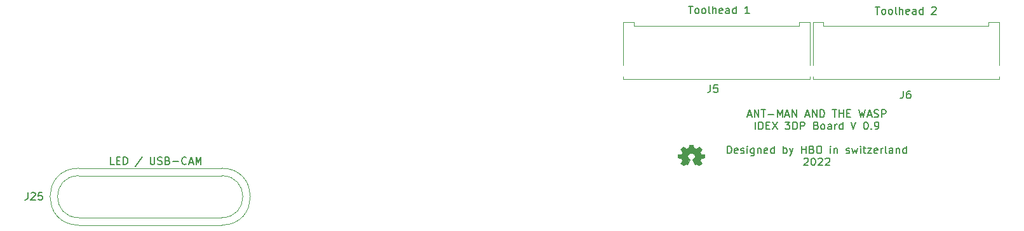
<source format=gbr>
%TF.GenerationSoftware,KiCad,Pcbnew,(6.0.2-0)*%
%TF.CreationDate,2022-03-08T14:15:39+01:00*%
%TF.ProjectId,Wasp-PCB,57617370-2d50-4434-922e-6b696361645f,rev?*%
%TF.SameCoordinates,Original*%
%TF.FileFunction,Legend,Top*%
%TF.FilePolarity,Positive*%
%FSLAX46Y46*%
G04 Gerber Fmt 4.6, Leading zero omitted, Abs format (unit mm)*
G04 Created by KiCad (PCBNEW (6.0.2-0)) date 2022-03-08 14:15:39*
%MOMM*%
%LPD*%
G01*
G04 APERTURE LIST*
%ADD10C,0.024587*%
%ADD11C,0.012790*%
%ADD12C,0.150000*%
%ADD13C,0.120000*%
G04 APERTURE END LIST*
D10*
X134434763Y-85439691D02*
X134435684Y-85439450D01*
X135314926Y-85277275D02*
X135314674Y-85276419D01*
X133241404Y-83344839D02*
X133239130Y-83344641D01*
X133665465Y-82815828D02*
X133664993Y-82816606D01*
X135308947Y-83393623D02*
X134994703Y-83118326D01*
X133714447Y-84771190D02*
X133714810Y-84770370D01*
X132758621Y-83770267D02*
X132758621Y-83770267D01*
X132615110Y-84648235D02*
X132615110Y-84648235D01*
X133230476Y-83342759D02*
X133228510Y-83342021D01*
X135647796Y-84130411D02*
X135215947Y-84060062D01*
X134994650Y-85572322D02*
X134994650Y-85572322D01*
X133653423Y-83979283D02*
X133674007Y-83968916D01*
X133709210Y-84749261D02*
X133708492Y-84748655D01*
X134103336Y-84754209D02*
X134102893Y-84754997D01*
X133565347Y-83231594D02*
X133563530Y-83232652D01*
X132152498Y-84549262D02*
X132152997Y-84550038D01*
X132501059Y-85283433D02*
X132501132Y-85284324D01*
X132603613Y-84634532D02*
X132605354Y-84635808D01*
X132840436Y-85578007D02*
X132842453Y-85577819D01*
X135311734Y-85270859D02*
X135072436Y-84965415D01*
X134577512Y-83344641D02*
X134575238Y-83344840D01*
X134197983Y-84695226D02*
X134172959Y-84710230D01*
X133711170Y-84751243D02*
X133710550Y-84750557D01*
X134144574Y-82809176D02*
X134143754Y-82808648D01*
X134616787Y-85366330D02*
X134618737Y-85367037D01*
X134239603Y-83219799D02*
X134238649Y-83218078D01*
X132850930Y-85575189D02*
X132851773Y-85574714D01*
X135059021Y-83742536D02*
X135060101Y-83741018D01*
X134994650Y-85572322D02*
X135308968Y-85297025D01*
X135665990Y-84545192D02*
X135666249Y-84544340D01*
X134139342Y-82806466D02*
X134138408Y-82806129D01*
X134031124Y-83930503D02*
X134054448Y-83936305D01*
X133258483Y-83342351D02*
X133256618Y-83343068D01*
X133714810Y-84770370D02*
X133715125Y-84769538D01*
X132850063Y-85575628D02*
X132850930Y-85575189D01*
X132596046Y-84630482D02*
X132598003Y-84631316D01*
X134100583Y-84764368D02*
X134100622Y-84765243D01*
X134121377Y-83959407D02*
X134142570Y-83968916D01*
X133392629Y-85439286D02*
X133394282Y-85438666D01*
X135056435Y-83766930D02*
X135055850Y-83765132D01*
X132150580Y-84545169D02*
X132150882Y-84546012D01*
X133402993Y-85430425D02*
X133714447Y-84771190D01*
X134399798Y-84347532D02*
X134398749Y-84375878D01*
X132748348Y-84956851D02*
X132747744Y-84958726D01*
X134151669Y-82816606D02*
X134151197Y-82815828D01*
X132151580Y-84142926D02*
X132151196Y-84143743D01*
X134608268Y-85364665D02*
X134610472Y-85364906D01*
X135313455Y-85291218D02*
X135313844Y-85290400D01*
X134992424Y-83116603D02*
X134991605Y-83116094D01*
X133858038Y-83919170D02*
X133882999Y-83917508D01*
X132620861Y-84048856D02*
X132619372Y-84050343D01*
X132502754Y-85290376D02*
X132503142Y-85291194D01*
X133577089Y-83219798D02*
X133575997Y-83221491D01*
X132166915Y-84559766D02*
X132167884Y-84559988D01*
X132149715Y-84539962D02*
X132149740Y-84540841D01*
X134151197Y-82815828D02*
X134150686Y-82815067D01*
X134579760Y-83344332D02*
X134577512Y-83344641D01*
X134572954Y-83344927D02*
X134570679Y-83344903D01*
X134102487Y-84755802D02*
X134102118Y-84756620D01*
X133678243Y-82806129D02*
X133676392Y-82806837D01*
X133399999Y-85434751D02*
X133400587Y-85434109D01*
X133958544Y-83919170D02*
X133983141Y-83921909D01*
X132844467Y-83113109D02*
X132842480Y-83112775D01*
X133397345Y-85436987D02*
X133398051Y-85436479D01*
X132746617Y-84936005D02*
X132746617Y-84936005D01*
X132507667Y-83393623D02*
X132507667Y-83393623D01*
X134427426Y-85440082D02*
X134428326Y-85440178D01*
X133652585Y-84716911D02*
X133649486Y-84714698D01*
X132747430Y-84937642D02*
X132748109Y-84939375D01*
X134152836Y-82819035D02*
X134152490Y-82818211D01*
X134586173Y-83342759D02*
X134584108Y-83343390D01*
X133716973Y-83950784D02*
X133739294Y-83943075D01*
X132761769Y-83757413D02*
X132761717Y-83759392D01*
X133706959Y-84747533D02*
X133706147Y-84747022D01*
X135666634Y-84542613D02*
X135666757Y-84541741D01*
X135651545Y-84559225D02*
X135652468Y-84558884D01*
X132503348Y-85273109D02*
X132502930Y-85273907D01*
X134414921Y-85432752D02*
X134415440Y-85433458D01*
X133455388Y-84179927D02*
X133465232Y-84160854D01*
X134101243Y-84759146D02*
X134101029Y-84760006D01*
X133208323Y-85364651D02*
X133210550Y-85364527D01*
X134163153Y-83979283D02*
X134183095Y-83990483D01*
X135313247Y-85273133D02*
X135312785Y-85272354D01*
X134256908Y-83234366D02*
X134255024Y-83233580D01*
X132167856Y-84130596D02*
X132166884Y-84130822D01*
X132504586Y-83397080D02*
X132504083Y-83397842D01*
X134265943Y-84642718D02*
X134244541Y-84661412D01*
X135654262Y-84558093D02*
X135655130Y-84557645D01*
X132502219Y-85275551D02*
X132501926Y-85276395D01*
X133594698Y-84678934D02*
X133572025Y-84661412D01*
X135314044Y-85274746D02*
X135313667Y-85273931D01*
X133422422Y-84281957D02*
X133426745Y-84260753D01*
X135665342Y-84546867D02*
X135665687Y-84546035D01*
X135315540Y-83408069D02*
X135315508Y-83407178D01*
X132758572Y-83744165D02*
X132759403Y-83745890D01*
X135315435Y-83406288D02*
X135315323Y-83405402D01*
X132830422Y-85576846D02*
X132832364Y-85577354D01*
X133579481Y-83214598D02*
X133579183Y-83215469D01*
X132601654Y-84059880D02*
X132600662Y-84060062D01*
X134419232Y-85437008D02*
X134419963Y-85437480D01*
X135220519Y-84630506D02*
X135222496Y-84629808D01*
X134589999Y-83341180D02*
X134588143Y-83342021D01*
X132152964Y-84140558D02*
X132152465Y-84141331D01*
X132759403Y-83745890D02*
X132760111Y-83747695D01*
X132850090Y-83114987D02*
X132848287Y-83114214D01*
X132749186Y-84952956D02*
X132748829Y-84954923D01*
X135315137Y-85278140D02*
X135314926Y-85277275D01*
X134994703Y-83118326D02*
X134994703Y-83118326D01*
X133714152Y-84755802D02*
X133713746Y-84754998D01*
X134614748Y-85365739D02*
X134616787Y-85366330D01*
X134136499Y-82805562D02*
X134135528Y-82805335D01*
X135198862Y-84051766D02*
X135197262Y-84050343D01*
X135661221Y-84552979D02*
X135662461Y-84551560D01*
X133664774Y-84724752D02*
X133661865Y-84723020D01*
X135666249Y-84544340D02*
X135666465Y-84543480D01*
X132501101Y-83407178D02*
X132501067Y-83408069D01*
X134108880Y-84748078D02*
X134108133Y-84748654D01*
X132502453Y-83401076D02*
X132502141Y-83401921D01*
X133243688Y-83344927D02*
X133241404Y-83344839D01*
X133252571Y-83344150D02*
X133250423Y-83344515D01*
X134236742Y-83212861D02*
X134236742Y-83212861D01*
X132503568Y-85291996D02*
X132504032Y-85292779D01*
X132611332Y-84641664D02*
X132612515Y-84643265D01*
X134237207Y-83214598D02*
X134236952Y-83213728D01*
X135647705Y-84560190D02*
X135647705Y-84560190D01*
X133387337Y-85440219D02*
X133389144Y-85440067D01*
X135057155Y-83768647D02*
X135056435Y-83766930D01*
X134991566Y-85574538D02*
X134993170Y-85573495D01*
X134167097Y-84714698D02*
X134164003Y-84716911D01*
X134415440Y-85433458D02*
X134415993Y-85434132D01*
X133646472Y-84712458D02*
X133643597Y-84710230D01*
X134429233Y-85440234D02*
X134430147Y-85440248D01*
X134991605Y-83116094D02*
X134989889Y-83115178D01*
X133579183Y-83215469D02*
X133578843Y-83216340D01*
X132749068Y-84943072D02*
X132749349Y-84945006D01*
X135666465Y-84543480D02*
X135666634Y-84542613D01*
X132165959Y-84559504D02*
X132166915Y-84559766D01*
X135315578Y-85282565D02*
X135315571Y-85281673D01*
X134152100Y-82817401D02*
X134151669Y-82816606D01*
X132747018Y-84960533D02*
X132746171Y-84962256D01*
X132851773Y-85574714D02*
X133194279Y-85368776D01*
X134431067Y-85440222D02*
X134431989Y-85440153D01*
X133378168Y-85438433D02*
X133379069Y-85438812D01*
X134107418Y-84749261D02*
X134106734Y-84749895D01*
X135648790Y-84130596D02*
X135647811Y-84130411D01*
X133674608Y-82807680D02*
X133672903Y-82808648D01*
X135312785Y-85272354D02*
X135312280Y-85271596D01*
X134148933Y-82812899D02*
X134148281Y-82812218D01*
X132167884Y-84559988D02*
X132168866Y-84560167D01*
X132605354Y-84635808D02*
X132607010Y-84637170D01*
X133419296Y-84303507D02*
X133422422Y-84281957D01*
X135190386Y-84040800D02*
X135058013Y-83770267D01*
X134390552Y-84431036D02*
X134383535Y-84457736D01*
X135665030Y-84142934D02*
X135664608Y-84142129D01*
X133559785Y-83234366D02*
X133558834Y-83234702D01*
X135661310Y-84137651D02*
X135660645Y-84136976D01*
X133712823Y-84753438D02*
X133712307Y-84752685D01*
X133426006Y-84431036D02*
X133423214Y-84417456D01*
X135314887Y-83413353D02*
X135315097Y-83412488D01*
X133426745Y-84260753D02*
X133432234Y-84239921D01*
X134986172Y-85576870D02*
X134988052Y-85576227D01*
X135313632Y-83416694D02*
X135314008Y-83415880D01*
X134247886Y-83229133D02*
X134246257Y-83227752D01*
X133715392Y-84768694D02*
X133715613Y-84767842D01*
X135666757Y-84541741D02*
X135666831Y-84540864D01*
X133558834Y-83234702D02*
X133557879Y-83234998D01*
X134153137Y-82819872D02*
X134152836Y-82819035D01*
X132501032Y-85281649D02*
X132501025Y-85282541D01*
X134351589Y-84533632D02*
X134337526Y-84557342D01*
X135657702Y-84134525D02*
X135656902Y-84133981D01*
X133227117Y-85367785D02*
X133227117Y-85367785D01*
X135650711Y-84131090D02*
X135649757Y-84130822D01*
X133215002Y-85364631D02*
X133217193Y-85364859D01*
X133567112Y-83230417D02*
X133565347Y-83231594D01*
X134415993Y-85434132D02*
X134416581Y-85434774D01*
X134145369Y-82809733D02*
X134144574Y-82809176D01*
X132615110Y-84648235D02*
X132746617Y-84936005D01*
X135650605Y-84559527D02*
X135651545Y-84559225D01*
X133239130Y-83344641D02*
X133236883Y-83344332D01*
X135662546Y-84139067D02*
X135661944Y-84138349D01*
X134395645Y-84403731D02*
X134390552Y-84431036D01*
X134147597Y-82811560D02*
X134146882Y-82810925D01*
X133206117Y-85364893D02*
X133208323Y-85364651D01*
X134236952Y-83213728D02*
X134236742Y-83212861D01*
X134413994Y-85431247D02*
X134414438Y-85432015D01*
X132612462Y-84055551D02*
X132610561Y-84056619D01*
X133236883Y-83344332D02*
X133234680Y-83343915D01*
X132501175Y-83406288D02*
X132501101Y-83407178D01*
X133232539Y-83343390D02*
X133230476Y-83342759D01*
X135202184Y-84646584D02*
X135202599Y-84645751D01*
X132502553Y-85274721D02*
X132502219Y-85275551D01*
X134150686Y-82815067D02*
X134150137Y-82814324D01*
X132846408Y-83113589D02*
X132844467Y-83113109D01*
X134111304Y-84746544D02*
X134111304Y-84746544D01*
X133199797Y-85366315D02*
X133201837Y-85365725D01*
X134417200Y-85435383D02*
X134417849Y-85435959D01*
X133570443Y-83227751D02*
X133568814Y-83229133D01*
X133658828Y-84721110D02*
X133655717Y-84719062D01*
X133933584Y-83917508D02*
X133958544Y-83919170D01*
X132613548Y-84644900D02*
X132614417Y-84646561D01*
X135664068Y-84549285D02*
X135664531Y-84548493D01*
X132501824Y-85287838D02*
X132502095Y-85288696D01*
X133401661Y-85432728D02*
X133402144Y-85431991D01*
X132166884Y-84130822D02*
X132165927Y-84131090D01*
X133663270Y-82820721D02*
X133663063Y-82821581D01*
X132838430Y-83112537D02*
X132836397Y-83112630D01*
X133712307Y-84752685D02*
X133711756Y-84751953D01*
X135315396Y-83410735D02*
X135315485Y-83409849D01*
X135218565Y-84631340D02*
X135220519Y-84630506D01*
X135308947Y-83393623D02*
X135308947Y-83393623D01*
X134104331Y-84752685D02*
X134103816Y-84753437D01*
X132745206Y-84963881D02*
X132744122Y-84965392D01*
X135664608Y-84142129D02*
X135664146Y-84141338D01*
X133225325Y-85366961D02*
X133227117Y-85367785D01*
X135201487Y-84648258D02*
X135201487Y-84648258D01*
X133201837Y-85365725D02*
X133203950Y-85365251D01*
X132149815Y-84541718D02*
X132149937Y-84542590D01*
X132761219Y-83763266D02*
X132760772Y-83765132D01*
X132504856Y-85270835D02*
X132504856Y-85270835D01*
X134584108Y-83343390D02*
X134581965Y-83343915D01*
X134593169Y-85366279D02*
X134595173Y-85365693D01*
X135067938Y-84941214D02*
X135068484Y-84939399D01*
X132151611Y-84547664D02*
X132152035Y-84548470D01*
X133663525Y-82819872D02*
X133663270Y-82820721D01*
X134377700Y-84219488D02*
X134384324Y-84239921D01*
X133571986Y-83226285D02*
X133570443Y-83227751D01*
X133399380Y-85435360D02*
X133399999Y-85434751D01*
X134423109Y-85439012D02*
X134423943Y-85439303D01*
X134101788Y-84757452D02*
X134101495Y-84758294D01*
X132834352Y-85577726D02*
X132836370Y-85577959D01*
X133809236Y-83925695D02*
X133833440Y-83921909D01*
X135224484Y-84629255D02*
X135225478Y-84629037D01*
X132608616Y-84057573D02*
X132606640Y-84058404D01*
X132744122Y-84965392D02*
X132744122Y-84965392D01*
X134610472Y-85364906D02*
X134612638Y-85365264D01*
X134597256Y-85365226D02*
X134599401Y-85364878D01*
X134966594Y-83114988D02*
X134965728Y-83115430D01*
X135215947Y-84060062D02*
X135213968Y-84059658D01*
X132749349Y-84945006D02*
X132749500Y-84946976D01*
X135311495Y-83396339D02*
X135310915Y-83395621D01*
X135069561Y-84960555D02*
X135068840Y-84958749D01*
X132155340Y-84552955D02*
X132156006Y-84553631D01*
X134100622Y-84765243D02*
X134100705Y-84766114D01*
X134394135Y-84281957D02*
X134397261Y-84303507D01*
X133655717Y-84719062D02*
X133652585Y-84716911D01*
X135312280Y-85271596D02*
X135311734Y-85270859D01*
X132501443Y-83404520D02*
X132501289Y-83405402D01*
X134964887Y-83115910D02*
X134964887Y-83115910D01*
X134150137Y-82814324D02*
X134149552Y-82813601D01*
X133557879Y-83234998D02*
X133258483Y-83342351D01*
X134172959Y-84710230D02*
X134170100Y-84712458D01*
X133384582Y-85440138D02*
X133385504Y-85440207D01*
X132154102Y-84551537D02*
X132154705Y-84552257D01*
X133226658Y-83341180D02*
X133224937Y-83340235D01*
X135314342Y-83415051D02*
X135314635Y-83414208D01*
X132502802Y-83400243D02*
X132502453Y-83401076D01*
X134591261Y-85366985D02*
X134593169Y-85366279D01*
X132842480Y-83112775D02*
X132840463Y-83112584D01*
X132501132Y-85284324D02*
X132501246Y-85285211D01*
X134172959Y-84710230D02*
X134172959Y-84710230D01*
X133715996Y-84762617D02*
X133715907Y-84761743D01*
X133833440Y-83921909D02*
X133858038Y-83919170D01*
X135310297Y-83394928D02*
X135309641Y-83394261D01*
X132504535Y-85293542D02*
X132505075Y-85294284D01*
X132150551Y-84145414D02*
X132150293Y-84146265D01*
X135315533Y-83408960D02*
X135315540Y-83408069D01*
X135315010Y-85286994D02*
X135315203Y-85286118D01*
X132608567Y-84638606D02*
X132610012Y-84640107D01*
X133476087Y-84142288D02*
X133487924Y-84124256D01*
X133561672Y-83233580D02*
X133559785Y-83234366D01*
X134202365Y-84002488D02*
X134220933Y-84015270D01*
X132502405Y-85289542D02*
X132502754Y-85290376D01*
X132761692Y-83755427D02*
X132761769Y-83757413D01*
X132505127Y-83396339D02*
X132504586Y-83397080D01*
X133705305Y-84746544D02*
X133667502Y-84726270D01*
X135656803Y-84556651D02*
X135658382Y-84555535D01*
X132828541Y-85576203D02*
X132830422Y-85576846D01*
X133705305Y-84746544D02*
X133705305Y-84746544D01*
X132168866Y-84560167D02*
X132168866Y-84560167D01*
X132503808Y-85272330D02*
X132503348Y-85273109D01*
X135313844Y-85290400D02*
X135314194Y-85289567D01*
X135312756Y-83418270D02*
X135313215Y-83417492D01*
X134249588Y-83230417D02*
X134247886Y-83229133D01*
X133420912Y-84403731D02*
X133419107Y-84389870D01*
X135314008Y-83415880D02*
X135314342Y-83415051D01*
X132612515Y-84643265D02*
X132613548Y-84644900D01*
X135315203Y-85286118D02*
X135315357Y-85285235D01*
X132821931Y-85572298D02*
X132821931Y-85572298D01*
X135312540Y-83397843D02*
X135312036Y-83397080D01*
X133710550Y-84750557D02*
X133709897Y-84749895D01*
X132149714Y-84149736D02*
X132149689Y-84150616D01*
X134363988Y-84509090D02*
X134351589Y-84533632D01*
X135659951Y-84136324D02*
X135659228Y-84135698D01*
X134417849Y-85435959D02*
X134418527Y-85436500D01*
X133396614Y-85437460D02*
X133397345Y-85436987D01*
X135652468Y-84558884D02*
X135653374Y-84558506D01*
X133529007Y-84073638D02*
X133544457Y-84058015D01*
X132156702Y-84554284D02*
X132157426Y-84554911D01*
X134620581Y-85367861D02*
X134622303Y-85368800D01*
X132624546Y-84044108D02*
X132624023Y-84044922D01*
X133471804Y-84545595D02*
X133464976Y-84533632D01*
X132848287Y-83114214D02*
X132846408Y-83113589D01*
X135308968Y-85297025D02*
X135308968Y-85297025D01*
X135070402Y-84962279D02*
X135069561Y-84960555D01*
X134972156Y-85577512D02*
X134974142Y-85577843D01*
X132610561Y-84056619D02*
X132608616Y-84057573D01*
X133458564Y-84521462D02*
X133452575Y-84509090D01*
X132756547Y-83741018D02*
X132757620Y-83742536D01*
X134423943Y-85439303D02*
X134424794Y-85439556D01*
X134424794Y-85439556D02*
X134425659Y-85439770D01*
X134984230Y-85577378D02*
X134986172Y-85576870D01*
X134106083Y-84750556D02*
X134105465Y-84751243D01*
X134972202Y-83113109D02*
X134970266Y-83113589D01*
X135310915Y-83395621D02*
X135310297Y-83394928D01*
X132851773Y-85574714D02*
X132851773Y-85574714D01*
X134100588Y-84763493D02*
X134100583Y-84764368D01*
X133432234Y-84239921D02*
X133438858Y-84219488D01*
X133695200Y-83959407D02*
X133716973Y-83950784D01*
X133560732Y-84043061D02*
X133577804Y-84028804D01*
X135315436Y-85279896D02*
X135315307Y-85279015D01*
X135200557Y-84053114D02*
X135198862Y-84051766D01*
X134419963Y-85437480D02*
X134420717Y-85437918D01*
X132501968Y-83414208D02*
X132502262Y-83415051D01*
X132761717Y-83759392D02*
X132761534Y-83761348D01*
X132503395Y-83417492D02*
X132503857Y-83418270D01*
X133649486Y-84714698D02*
X133646472Y-84712458D01*
X134606041Y-85364542D02*
X134608268Y-85364665D01*
X134160875Y-84719061D02*
X134157766Y-84721110D01*
X132501464Y-85278116D02*
X132501295Y-85278991D01*
X133618577Y-84695226D02*
X133594698Y-84678934D01*
X132150321Y-84544317D02*
X132150580Y-84545169D01*
X133579946Y-83212861D02*
X133579946Y-83212861D01*
X134104880Y-84751953D02*
X134104331Y-84752685D01*
X132505654Y-85295002D02*
X132506269Y-85295696D01*
X134966540Y-85575652D02*
X134968340Y-85576418D01*
X134101801Y-84770370D02*
X134102162Y-84771190D01*
X134993214Y-83117144D02*
X134992424Y-83116603D01*
X132164094Y-84558861D02*
X132165019Y-84559201D01*
X132748829Y-84954923D02*
X132748348Y-84956851D01*
X135315571Y-85281673D02*
X135315524Y-85280783D01*
X133382734Y-85439872D02*
X133383658Y-85440027D01*
X132501926Y-85276395D02*
X132501674Y-85277250D01*
X133716044Y-84764369D02*
X133716041Y-84763493D01*
X133401142Y-85433434D02*
X133401661Y-85432728D01*
X134340475Y-84142288D02*
X134351329Y-84160854D01*
X132760695Y-83749566D02*
X132761154Y-83751488D01*
X134568430Y-83344766D02*
X134566224Y-83344515D01*
X134589465Y-85367809D02*
X134591261Y-85366985D01*
X132149937Y-84542590D02*
X132150106Y-84543457D01*
X133785456Y-83930503D02*
X133809236Y-83925695D01*
X135067174Y-84950989D02*
X135067069Y-84948991D01*
X134007345Y-83925695D02*
X134031124Y-83930503D01*
X134968340Y-85576418D02*
X134970217Y-85577038D01*
X132848260Y-85576394D02*
X132849172Y-85576029D01*
X134105465Y-84751243D02*
X134104880Y-84751953D01*
X134236742Y-83212861D02*
X134153598Y-82821581D01*
X132826763Y-83115178D02*
X132825050Y-83116094D01*
X135312256Y-83419029D02*
X135312756Y-83418270D01*
X132154067Y-84139063D02*
X132153498Y-84139801D01*
X135656902Y-84133981D02*
X135656078Y-84133468D01*
X132749523Y-84948968D02*
X132749418Y-84950966D01*
X134101495Y-84758294D02*
X134101243Y-84759146D01*
X132850958Y-83115430D02*
X132850090Y-83114987D01*
X134428326Y-85440178D02*
X134429233Y-85440234D01*
X133224937Y-83340235D02*
X133224937Y-83340235D01*
X132761487Y-83753447D02*
X132761692Y-83755427D01*
X133380892Y-85439431D02*
X133381812Y-85439674D01*
X133572025Y-84661412D02*
X133550624Y-84642718D01*
X133578042Y-83218078D02*
X133577089Y-83219798D01*
X134980259Y-83112630D02*
X134978228Y-83112537D01*
X134965728Y-83115430D02*
X134964887Y-83115910D01*
X133437236Y-84470840D02*
X133433025Y-84457736D01*
X132822684Y-83117719D02*
X132821958Y-83118326D01*
X132832364Y-85577354D02*
X132834352Y-85577726D01*
X133212782Y-85364520D02*
X133215002Y-85364631D01*
X133674007Y-83968916D02*
X133695200Y-83959407D01*
X134384324Y-84239921D02*
X134389812Y-84260753D01*
X135658382Y-84555535D02*
X135659858Y-84554307D01*
X134102893Y-84754997D02*
X134102487Y-84755802D01*
X133715789Y-84766981D02*
X133715918Y-84766114D01*
X134328640Y-84124256D02*
X134340475Y-84142288D01*
X132501289Y-83405402D02*
X132501175Y-83406288D01*
X135054847Y-83757413D02*
X135054924Y-83755426D01*
X133707741Y-84748078D02*
X133706959Y-84747533D01*
X133389144Y-85440067D02*
X133390912Y-85439754D01*
X134315855Y-84106786D02*
X134328640Y-84124256D01*
X135068840Y-84958749D02*
X135068239Y-84956874D01*
X134601591Y-85364648D02*
X134603810Y-85364536D01*
X132505706Y-83395621D02*
X132505127Y-83396339D01*
X132825050Y-83116094D02*
X132823443Y-83117144D01*
X132598003Y-84631316D02*
X132599924Y-84632276D01*
X132149715Y-84539962D02*
X132149715Y-84539962D01*
X135215947Y-84060062D02*
X135215947Y-84060062D01*
X133386423Y-85440234D02*
X133387337Y-85440219D01*
X134988052Y-85576227D02*
X134989855Y-85575449D01*
X132590101Y-84628836D02*
X132592083Y-84629232D01*
X132624023Y-84044922D02*
X132623461Y-84045729D01*
X132828568Y-83114395D02*
X132826763Y-83115178D01*
X134562011Y-83343667D02*
X134560039Y-83343068D01*
X132501073Y-83408960D02*
X132501120Y-83409849D01*
X132592083Y-84629232D02*
X132594069Y-84629784D01*
X133665976Y-82815067D02*
X133665465Y-82815828D01*
X133258483Y-83342351D02*
X133258483Y-83342351D01*
X134102118Y-84756620D02*
X134101788Y-84757452D01*
X134430147Y-85440248D02*
X134431067Y-85440222D01*
X133417021Y-84361763D02*
X133416758Y-84347532D01*
X133715394Y-84759146D02*
X133715142Y-84758294D01*
X132156006Y-84553631D02*
X132156702Y-84554284D01*
X134970217Y-85577038D02*
X134972156Y-85577512D01*
X135663114Y-84139806D02*
X135662546Y-84139067D01*
X133395081Y-85438300D02*
X133395858Y-85437898D01*
X133669777Y-82810925D02*
X133668380Y-82812218D01*
X134421494Y-85438319D02*
X134422292Y-85438684D01*
X135315357Y-85285235D02*
X135315471Y-85284348D01*
X134431989Y-85440153D02*
X134432914Y-85440042D01*
X132501674Y-85277250D02*
X132501464Y-85278116D01*
X134581965Y-83343915D02*
X134579760Y-83344332D01*
X135315508Y-83407178D02*
X135315435Y-83406288D01*
X134135528Y-82805335D02*
X134134547Y-82805147D01*
X133715606Y-84760006D02*
X133715394Y-84759146D01*
X135213968Y-84059658D02*
X135211978Y-84059102D01*
X134077285Y-83943075D02*
X134099605Y-83950784D01*
X132157426Y-84554911D02*
X132158177Y-84555511D01*
X135655977Y-84557164D02*
X135656803Y-84556651D01*
X135666694Y-84148006D02*
X135666527Y-84147139D01*
X133714851Y-84757452D02*
X133714521Y-84756621D01*
X133686076Y-82804805D02*
X133685075Y-82804827D01*
X135659858Y-84554307D02*
X135661221Y-84552979D01*
X133706147Y-84747022D02*
X133705305Y-84746544D01*
X133715907Y-84761743D02*
X133715777Y-84760872D01*
X135652572Y-84131740D02*
X135651650Y-84131396D01*
X135314635Y-83414208D02*
X135314887Y-83413353D01*
X135663567Y-84550061D02*
X135664068Y-84549285D01*
X132507667Y-83393623D02*
X132506976Y-83394261D01*
X133715777Y-84760872D02*
X133715606Y-84760006D01*
X134302151Y-84089904D02*
X134315855Y-84106786D01*
X135311515Y-85294308D02*
X135312057Y-85293566D01*
X133882999Y-83917508D02*
X133908291Y-83916947D01*
X133714447Y-84771190D02*
X133714447Y-84771190D01*
X135055927Y-83749566D02*
X135056514Y-83747695D01*
X135072436Y-84965415D02*
X135071361Y-84963903D01*
X133234680Y-83343915D02*
X133232539Y-83343390D01*
X134134547Y-82805147D02*
X134133559Y-82804999D01*
X132759064Y-83769470D02*
X132758621Y-83770267D01*
X132150106Y-84543457D02*
X132150321Y-84544317D01*
X134988083Y-83114395D02*
X134986202Y-83113748D01*
X132504910Y-83419765D02*
X132504910Y-83419765D01*
X134220933Y-84015270D02*
X134238767Y-84028804D01*
X135661944Y-84138349D02*
X135661310Y-84137651D01*
X132594069Y-84629784D02*
X132596046Y-84630482D01*
X135067405Y-84952979D02*
X135067174Y-84950989D01*
X132154705Y-84552257D02*
X132155340Y-84552955D01*
X133574774Y-83223144D02*
X133573434Y-83224746D01*
X134974185Y-83112775D02*
X134972202Y-83113109D01*
X133464976Y-84533632D02*
X133458564Y-84521462D01*
X134100705Y-84766114D02*
X134100832Y-84766981D01*
X134437511Y-85438833D02*
X134438414Y-85438457D01*
X132504910Y-83419765D02*
X132756547Y-83741018D01*
X135660645Y-84136976D02*
X135659951Y-84136324D01*
X133614208Y-84002488D02*
X133633479Y-83990483D01*
X134968392Y-83114215D02*
X134967482Y-83114583D01*
X134980225Y-85577983D02*
X134982243Y-85577749D01*
X132501208Y-83410735D02*
X132501336Y-83411615D01*
X132823416Y-85573471D02*
X132824205Y-85574009D01*
X135315323Y-83405402D02*
X135315171Y-83404520D01*
X134564079Y-83344149D02*
X134562011Y-83343667D01*
X133715142Y-84758294D02*
X133714851Y-84757452D01*
X135055084Y-83761348D02*
X135054899Y-83759392D01*
X132626222Y-84040800D02*
X132625869Y-84041632D01*
X134153392Y-82820721D02*
X134153137Y-82819872D01*
X133194279Y-85368776D02*
X133196002Y-85367841D01*
X134435684Y-85439450D02*
X134436600Y-85439164D01*
X133447019Y-84496525D02*
X133441903Y-84483773D01*
X132152465Y-84141331D02*
X132152004Y-84142121D01*
X133210550Y-85364527D02*
X133212782Y-85364520D01*
X134253168Y-83232653D02*
X134251353Y-83231595D01*
X132756547Y-83741018D02*
X132756547Y-83741018D01*
X134146882Y-82810925D02*
X134146140Y-82810316D01*
X133446586Y-84199481D02*
X133455388Y-84179927D01*
X132502598Y-83415880D02*
X132502975Y-83416694D01*
X133667108Y-82813601D02*
X133665976Y-82815067D01*
X134566224Y-83344515D02*
X134564079Y-83344149D01*
X132830449Y-83113748D02*
X132828568Y-83114395D01*
X134149106Y-84726270D02*
X134149106Y-84726270D01*
X132826736Y-85575425D02*
X132828541Y-85576203D01*
X132844440Y-85577489D02*
X132846380Y-85577014D01*
X134100635Y-84762617D02*
X134100588Y-84763493D01*
X134964834Y-85574738D02*
X134964834Y-85574738D01*
X133383658Y-85440027D02*
X133384582Y-85440138D01*
X134618737Y-85367037D02*
X134620581Y-85367861D01*
X134153598Y-82821581D02*
X134153598Y-82821581D01*
X133379977Y-85439144D02*
X133380892Y-85439431D01*
X133217193Y-85364859D02*
X133219337Y-85365206D01*
X135067243Y-84945029D02*
X135067525Y-84943095D01*
X134138408Y-82806129D02*
X134137460Y-82805827D01*
X135216646Y-84632300D02*
X135218565Y-84631340D01*
X134989889Y-83115178D02*
X134988083Y-83114395D01*
X134591725Y-83340234D02*
X134591725Y-83340234D01*
X133680148Y-82805562D02*
X133678243Y-82806129D01*
X133395858Y-85437898D02*
X133396614Y-85437460D01*
X133390912Y-85439754D02*
X133392629Y-85439286D01*
X134416581Y-85434774D02*
X134417200Y-85435383D01*
X132760190Y-83766931D02*
X132759474Y-83768647D01*
X132604648Y-84059103D02*
X132603649Y-84059399D01*
X134993975Y-83117719D02*
X134993214Y-83117144D01*
X132159718Y-84133981D02*
X132158139Y-84135096D01*
X134130560Y-82804805D02*
X133686076Y-82804805D01*
X135312562Y-85292803D02*
X135313028Y-85292020D01*
X132601799Y-84633351D02*
X132603613Y-84634532D01*
X134413590Y-85430449D02*
X134413590Y-85430449D01*
X134109658Y-84747533D02*
X134108880Y-84748078D01*
X132164059Y-84131740D02*
X132163151Y-84132120D01*
X132749418Y-84950966D02*
X132749186Y-84952956D01*
X132504032Y-85292779D02*
X132504535Y-85293542D01*
X135201487Y-84648258D02*
X135201813Y-84647420D01*
X132162261Y-84132536D02*
X132161392Y-84132985D01*
X134425659Y-85439770D02*
X134426537Y-85439945D01*
X135067760Y-84954946D02*
X135067405Y-84952979D01*
X134286008Y-84622907D02*
X134265943Y-84642718D01*
X134418527Y-85436500D02*
X134419232Y-85437008D01*
X133429279Y-84444465D02*
X133426006Y-84431036D01*
X135651650Y-84131396D02*
X135650711Y-84131090D01*
X133762132Y-83936305D02*
X133785456Y-83930503D01*
X133494702Y-84580162D02*
X133479040Y-84557342D01*
X134389812Y-84260753D02*
X134394135Y-84281957D01*
X134132564Y-82804892D02*
X134131563Y-82804827D01*
X133256618Y-83343068D02*
X133254642Y-83343668D01*
X135659228Y-84135698D02*
X135658478Y-84135098D01*
X133417397Y-84325374D02*
X133419296Y-84303507D01*
X134101224Y-84768694D02*
X134101489Y-84769537D01*
X132851801Y-83115909D02*
X132850958Y-83115430D01*
X133400587Y-85434109D02*
X133401142Y-85433434D01*
X134142570Y-83968916D02*
X134163153Y-83979283D01*
X135060101Y-83741018D02*
X135060101Y-83741018D01*
X135195770Y-84048856D02*
X135194399Y-84047314D01*
X133716041Y-84763493D02*
X133715996Y-84762617D01*
X132164985Y-84131396D02*
X132164059Y-84131740D01*
X135212966Y-84634556D02*
X135214776Y-84633375D01*
X134321865Y-84580162D02*
X134304670Y-84602036D01*
X134133559Y-82804999D02*
X134132564Y-82804892D01*
X134131563Y-82804827D02*
X134130560Y-82804805D01*
X132821958Y-83118326D02*
X132821958Y-83118326D01*
X135664146Y-84141338D02*
X135663648Y-84140563D01*
X133578843Y-83216340D02*
X133578042Y-83218078D01*
X134304670Y-84602036D02*
X134286008Y-84622907D01*
X135069981Y-84936028D02*
X135201487Y-84648258D01*
X135058063Y-83744165D02*
X135059021Y-83742536D01*
X135314380Y-85275576D02*
X135314044Y-85274746D01*
X135056514Y-83747695D02*
X135057227Y-83745890D01*
X132501295Y-85278991D02*
X132501166Y-85279872D01*
X134426537Y-85439945D02*
X134427426Y-85440082D01*
X134974142Y-85577843D02*
X134976159Y-85578031D01*
X132760772Y-83765132D02*
X132760190Y-83766931D01*
X132600662Y-84060062D02*
X132600662Y-84060062D01*
X134149106Y-84726270D02*
X134111304Y-84746544D01*
X132832391Y-83113237D02*
X132830449Y-83113748D01*
X134221866Y-84678934D02*
X134197983Y-84695226D01*
X133530559Y-84622906D02*
X133511897Y-84602036D01*
X135067525Y-84943095D02*
X135067938Y-84941214D01*
X132846380Y-85577014D02*
X132848260Y-85576394D01*
X132501869Y-83402778D02*
X132501637Y-83403645D01*
X135315171Y-83404520D02*
X135314979Y-83403645D01*
X135069556Y-84936834D02*
X135069981Y-84936028D01*
X134374658Y-84483773D02*
X134363988Y-84509090D01*
X134351329Y-84160854D02*
X134361172Y-84179927D01*
X134183095Y-83990483D02*
X134202365Y-84002488D01*
X132502930Y-85273907D02*
X132502553Y-85274721D01*
X132159756Y-84556627D02*
X132160582Y-84557140D01*
X133663063Y-82821581D02*
X133579946Y-83212861D01*
X135202599Y-84645751D02*
X135203055Y-84644924D01*
X133715613Y-84767842D02*
X133715789Y-84766981D01*
X135211978Y-84059102D02*
X135209991Y-84058404D01*
X134157766Y-84721110D02*
X134154732Y-84723019D01*
X132149788Y-84148861D02*
X132149714Y-84149736D01*
X132153498Y-84139801D02*
X132152964Y-84140558D01*
X133245964Y-83344903D02*
X133243688Y-83344927D01*
X135211230Y-84635832D02*
X135212966Y-84634556D01*
X135201813Y-84647420D02*
X135202184Y-84646584D01*
X135204088Y-84643288D02*
X135205269Y-84641687D01*
X135666857Y-84539985D02*
X135666909Y-84150639D01*
X132761154Y-83751488D02*
X132761487Y-83753447D01*
X132607010Y-84637170D02*
X132608567Y-84638606D01*
X133713303Y-84754209D02*
X133712823Y-84753438D01*
X132165927Y-84131090D02*
X132164985Y-84131396D01*
X134588143Y-83342021D02*
X134586173Y-83342759D01*
X135314979Y-83403645D02*
X135314748Y-83402778D01*
X134099605Y-83950784D02*
X134121377Y-83959407D01*
X134146140Y-82810316D02*
X134145369Y-82809733D01*
X133223420Y-85366257D02*
X133225325Y-85366961D01*
X134399159Y-84325374D02*
X134399798Y-84347532D01*
X134964887Y-83115910D02*
X134591725Y-83340234D01*
X133714521Y-84756621D02*
X133714152Y-84755802D01*
X133709897Y-84749895D02*
X133709210Y-84749261D01*
X132151226Y-84546844D02*
X132151611Y-84547664D01*
X133402144Y-85431991D02*
X133402588Y-85431223D01*
X132151196Y-84143743D02*
X132150853Y-84144573D01*
X133423214Y-84417456D02*
X133420912Y-84403731D01*
X132505075Y-85294284D02*
X132505654Y-85295002D01*
X135666814Y-84148880D02*
X135666694Y-84148006D01*
X134154732Y-84723019D02*
X134151827Y-84724752D01*
X135314477Y-83401921D02*
X135314168Y-83401076D01*
X133385504Y-85440207D02*
X133386423Y-85440234D01*
X134238767Y-84028804D02*
X134255837Y-84043061D01*
X133715125Y-84769538D02*
X133715392Y-84768694D01*
X134993170Y-85573495D02*
X134993926Y-85572925D01*
X134143754Y-82808648D02*
X134142911Y-82808149D01*
X134622303Y-85368800D02*
X134622303Y-85368800D01*
X132501166Y-85279872D02*
X132501079Y-85280759D01*
X132501025Y-85282541D02*
X132501059Y-85283433D01*
X133684077Y-82804892D02*
X133682097Y-82805147D01*
X133563530Y-83232652D02*
X133561672Y-83233580D01*
X134603810Y-85364536D02*
X134606041Y-85364542D01*
X134982243Y-85577749D02*
X134984230Y-85577378D01*
X133682097Y-82805147D02*
X133680148Y-82805562D01*
X132506269Y-85295696D02*
X132506923Y-85296362D01*
X135206586Y-84640131D02*
X135208027Y-84638629D01*
X133433025Y-84457736D02*
X133429279Y-84444465D01*
X132149910Y-84147989D02*
X132149788Y-84148861D01*
X134622303Y-85368800D02*
X134964834Y-85574738D01*
X132838403Y-85578053D02*
X132840436Y-85578007D01*
X134272111Y-84058015D02*
X134287560Y-84073638D01*
X132149689Y-84150616D02*
X132149689Y-84150616D01*
X135666857Y-84539985D02*
X135666857Y-84539985D01*
X132158954Y-84556084D02*
X132159756Y-84556627D01*
X132503191Y-83399426D02*
X132502802Y-83400243D01*
X133908291Y-83916947D02*
X133908291Y-83916947D01*
X133708492Y-84748655D02*
X133707741Y-84748078D01*
X133557879Y-83234998D02*
X133557879Y-83234998D01*
X135314168Y-83401076D02*
X135313819Y-83400243D01*
X132501399Y-85286094D02*
X132501591Y-85286970D01*
X133221419Y-85365672D02*
X133223420Y-85366257D01*
X135209991Y-84058404D02*
X135208019Y-84057573D01*
X132156665Y-84136322D02*
X132155304Y-84137648D01*
X134255837Y-84043061D02*
X134272111Y-84058015D01*
X135313667Y-85273931D02*
X135313247Y-85273133D01*
X132619372Y-84050343D02*
X132617775Y-84051766D01*
X132849172Y-85576029D02*
X132850063Y-85575628D01*
X133663826Y-82819035D02*
X133663525Y-82819872D01*
X133664993Y-82816606D02*
X133664561Y-82817401D01*
X133196002Y-85367841D02*
X133197846Y-85367020D01*
X135060101Y-83741018D02*
X135311713Y-83419765D01*
X132822657Y-85572901D02*
X132823416Y-85573471D01*
X134287560Y-84073638D02*
X134302151Y-84089904D01*
X132502141Y-83401921D02*
X132501869Y-83402778D01*
X133676392Y-82806837D02*
X133674608Y-82807680D01*
X134244712Y-83226286D02*
X134243263Y-83224746D01*
X134149552Y-82813601D02*
X134148933Y-82812899D01*
X134101489Y-84769537D02*
X134101801Y-84770370D01*
X135663031Y-84550820D02*
X135663567Y-84550061D01*
X132161392Y-84132985D02*
X132160544Y-84133467D01*
X134591725Y-83340234D02*
X134589999Y-83341180D01*
X134244541Y-84661412D02*
X134221866Y-84678934D01*
X135648684Y-84560011D02*
X135649652Y-84559789D01*
X135666527Y-84147139D02*
X135666314Y-84146279D01*
X134433839Y-85439889D02*
X134434763Y-85439691D01*
X132152004Y-84142121D02*
X132151580Y-84142926D01*
X135308968Y-85297025D02*
X135309661Y-85296386D01*
X134237847Y-83216341D02*
X134237207Y-83214598D01*
X132625869Y-84041632D02*
X132625471Y-84042462D01*
X133667502Y-84726270D02*
X133664774Y-84724752D01*
X133378168Y-85438433D02*
X133378168Y-85438433D01*
X132603649Y-84059399D02*
X132602650Y-84059659D01*
X134258809Y-83234999D02*
X134258809Y-83234999D01*
X133663063Y-82821581D02*
X133663063Y-82821581D01*
X135193162Y-84045728D02*
X135192072Y-84044107D01*
X132759474Y-83768647D02*
X132759064Y-83769470D01*
X132501067Y-83408069D02*
X132501073Y-83408960D01*
X132824205Y-85574009D02*
X132825022Y-85574514D01*
X134589465Y-85367809D02*
X134589465Y-85367809D01*
X135664956Y-84547687D02*
X135665342Y-84546867D01*
X135069165Y-84937665D02*
X135069556Y-84936834D01*
X135223490Y-84629513D02*
X135224484Y-84629255D01*
X134414438Y-85432015D02*
X134414921Y-85432752D01*
X132163187Y-84558483D02*
X132164094Y-84558861D01*
X135311713Y-83419765D02*
X135311713Y-83419765D01*
X132501505Y-83412489D02*
X132501716Y-83413354D01*
X134967482Y-83114583D02*
X134966594Y-83114988D01*
X135204178Y-84055550D02*
X135202333Y-84054379D01*
X132748109Y-84939375D02*
X132748655Y-84941191D01*
X133197846Y-85367020D02*
X133199797Y-85366315D01*
X133250423Y-83344515D02*
X133248214Y-83344766D01*
X133579946Y-83212861D02*
X133579736Y-83213728D01*
X133394282Y-85438666D02*
X133395081Y-85438300D01*
X132590101Y-84628836D02*
X132590101Y-84628836D01*
X135208027Y-84638629D02*
X135209579Y-84637193D01*
X132602650Y-84059659D02*
X132601654Y-84059880D01*
X132150293Y-84146265D02*
X132150079Y-84147123D01*
X132851801Y-83115909D02*
X132851801Y-83115909D01*
X134595173Y-85365693D02*
X134597256Y-85365226D01*
X134570679Y-83344903D02*
X134568430Y-83344766D01*
X133908291Y-83916947D02*
X133933584Y-83917508D01*
X132834379Y-83112864D02*
X132832391Y-83113237D01*
X132506323Y-83394928D02*
X132505706Y-83395621D01*
X132501079Y-85280759D02*
X132501032Y-85281649D01*
X134100832Y-84766981D02*
X134101005Y-84767841D01*
X132616082Y-84053115D02*
X132614307Y-84054380D01*
X135655232Y-84132985D02*
X135654364Y-84132536D01*
X135225478Y-84629037D02*
X135226470Y-84628859D01*
X134369973Y-84199481D02*
X134377700Y-84219488D01*
X132150079Y-84147123D02*
X132149910Y-84147989D01*
X132758621Y-83770267D02*
X132626222Y-84040800D01*
X132749500Y-84946976D02*
X132749523Y-84948968D01*
X133550624Y-84642718D02*
X133530559Y-84622906D01*
X135653374Y-84558506D02*
X135654262Y-84558093D01*
X132503618Y-83398625D02*
X132503191Y-83399426D01*
X133402993Y-85430425D02*
X133402993Y-85430425D01*
X135665414Y-84143753D02*
X135665030Y-84142934D01*
X133254642Y-83343668D02*
X133252571Y-83344150D01*
X134152490Y-82818211D02*
X134152100Y-82817401D01*
X135206077Y-84056618D02*
X135204178Y-84055550D01*
X132823443Y-83117144D02*
X132822684Y-83117719D01*
X132614307Y-84054380D02*
X132612462Y-84055551D01*
X135658478Y-84135098D02*
X135657702Y-84134525D01*
X132840463Y-83112584D02*
X132838430Y-83112537D01*
X132746617Y-84936005D02*
X132747430Y-84937642D01*
X133398730Y-85435937D02*
X133399380Y-85435360D01*
X132150882Y-84546012D02*
X132151226Y-84546844D01*
X133227117Y-85367785D02*
X133378168Y-85438433D01*
X132821931Y-85572298D02*
X132822657Y-85572901D01*
X134164003Y-84716911D02*
X134160875Y-84719061D01*
X133514414Y-84089904D02*
X133529007Y-84073638D01*
X135665687Y-84546035D02*
X135665990Y-84545192D01*
X133686076Y-82804805D02*
X133686076Y-82804805D01*
X135314505Y-85288720D02*
X135314777Y-85287862D01*
X132504856Y-85270835D02*
X132504311Y-85271572D01*
X135055850Y-83765132D02*
X135055400Y-83763266D01*
X133575997Y-83221491D02*
X133574774Y-83223144D01*
X133417807Y-84375878D02*
X133417021Y-84361763D01*
X133661865Y-84723020D02*
X133658828Y-84721110D01*
X135203552Y-84644102D02*
X135204088Y-84643288D01*
X133452575Y-84509090D02*
X133447019Y-84496525D01*
X135067092Y-84946999D02*
X135067243Y-84945029D01*
X132761534Y-83761348D02*
X132761219Y-83763266D01*
X132825022Y-85574514D02*
X132826736Y-85575425D01*
X133643597Y-84710230D02*
X133618577Y-84695226D01*
X133716003Y-84765243D02*
X133716044Y-84764369D01*
X132507613Y-85297001D02*
X132821931Y-85572298D01*
X133664561Y-82817401D02*
X133664172Y-82818211D01*
X132162298Y-84558069D02*
X132163187Y-84558483D01*
X134976159Y-85578031D02*
X134978192Y-85578077D01*
D11*
X132674012Y-85432245D02*
X132637765Y-85399868D01*
X132637765Y-85399868D02*
X132606007Y-85370662D01*
X132606007Y-85370662D02*
X132578910Y-85344806D01*
X132578910Y-85344806D02*
X132556646Y-85322479D01*
X132556646Y-85322479D02*
X132539390Y-85303861D01*
X132539390Y-85303861D02*
X132532694Y-85295998D01*
X132532694Y-85295998D02*
X132527314Y-85289130D01*
X132527314Y-85289130D02*
X132523273Y-85283279D01*
X132523273Y-85283279D02*
X132520591Y-85278467D01*
X132520591Y-85278467D02*
X132519292Y-85274716D01*
X132519292Y-85274716D02*
X132519167Y-85273246D01*
X132519167Y-85273246D02*
X132519395Y-85272050D01*
X132519395Y-85272050D02*
X132520690Y-85269481D01*
X132520690Y-85269481D02*
X132523124Y-85265499D01*
X132523124Y-85265499D02*
X132531160Y-85253632D01*
X132531160Y-85253632D02*
X132543002Y-85237119D01*
X132543002Y-85237119D02*
X132558149Y-85216632D01*
X132558149Y-85216632D02*
X132576097Y-85192842D01*
X132576097Y-85192842D02*
X132596347Y-85166420D01*
X132596347Y-85166420D02*
X132618394Y-85138038D01*
X132618394Y-85138038D02*
X132641739Y-85108368D01*
X132641739Y-85108368D02*
X132664944Y-85078807D01*
X132664944Y-85078807D02*
X132686593Y-85050741D01*
X132686593Y-85050741D02*
X132706211Y-85024819D01*
X132706211Y-85024819D02*
X132723324Y-85001689D01*
X132723324Y-85001689D02*
X132737460Y-84982001D01*
X132737460Y-84982001D02*
X132748143Y-84966404D01*
X132748143Y-84966404D02*
X132754900Y-84955548D01*
X132754900Y-84955548D02*
X132756659Y-84952101D01*
X132756659Y-84952101D02*
X132757258Y-84950082D01*
X132757258Y-84950082D02*
X132755716Y-84944762D01*
X132755716Y-84944762D02*
X132751348Y-84933533D01*
X132751348Y-84933533D02*
X132735685Y-84896737D01*
X132735685Y-84896737D02*
X132687520Y-84789506D01*
X132687520Y-84789506D02*
X132637594Y-84682598D01*
X132637594Y-84682598D02*
X132619731Y-84646205D01*
X132619731Y-84646205D02*
X132613932Y-84635238D01*
X132613932Y-84635238D02*
X132610739Y-84630220D01*
X132610739Y-84630220D02*
X132541558Y-84616736D01*
X132541558Y-84616736D02*
X132390788Y-84589807D01*
X132390788Y-84589807D02*
X132237130Y-84563258D01*
X132237130Y-84563258D02*
X132159282Y-84550915D01*
X132159282Y-84550915D02*
X132158956Y-84549839D01*
X132158956Y-84549839D02*
X132158640Y-84546713D01*
X132158640Y-84546713D02*
X132158041Y-84534728D01*
X132158041Y-84534728D02*
X132157498Y-84515799D01*
X132157498Y-84515799D02*
X132157024Y-84490765D01*
X132157024Y-84490765D02*
X132156337Y-84425736D01*
X132156337Y-84425736D02*
X132156084Y-84346356D01*
X132156084Y-84346356D02*
X132156158Y-84279710D01*
X132156158Y-84279710D02*
X132156592Y-84229301D01*
X132156592Y-84229301D02*
X132157711Y-84192762D01*
X132157711Y-84192762D02*
X132158628Y-84178954D01*
X132158628Y-84178954D02*
X132159837Y-84167726D01*
X132159837Y-84167726D02*
X132161378Y-84158782D01*
X132161378Y-84158782D02*
X132163292Y-84151825D01*
X132163292Y-84151825D02*
X132165620Y-84146561D01*
X132165620Y-84146561D02*
X132168400Y-84142693D01*
X132168400Y-84142693D02*
X132171675Y-84139926D01*
X132171675Y-84139926D02*
X132175483Y-84137962D01*
X132175483Y-84137962D02*
X132184864Y-84135266D01*
X132184864Y-84135266D02*
X132211483Y-84130179D01*
X132211483Y-84130179D02*
X132262685Y-84121268D01*
X132262685Y-84121268D02*
X132331104Y-84109787D01*
X132331104Y-84109787D02*
X132409372Y-84096992D01*
X132409372Y-84096992D02*
X132486357Y-84084114D01*
X132486357Y-84084114D02*
X132551279Y-84072408D01*
X132551279Y-84072408D02*
X132597306Y-84063163D01*
X132597306Y-84063163D02*
X132611099Y-84059866D01*
X132611099Y-84059866D02*
X132617605Y-84057669D01*
X132617605Y-84057669D02*
X132621273Y-84053639D01*
X132621273Y-84053639D02*
X132627073Y-84045033D01*
X132627073Y-84045033D02*
X132643856Y-84016463D01*
X132643856Y-84016463D02*
X132665528Y-83976694D01*
X132665528Y-83976694D02*
X132689659Y-83930463D01*
X132689659Y-83930463D02*
X132713821Y-83882506D01*
X132713821Y-83882506D02*
X132735586Y-83837559D01*
X132735586Y-83837559D02*
X132752525Y-83800359D01*
X132752525Y-83800359D02*
X132758426Y-83786143D01*
X132758426Y-83786143D02*
X132762211Y-83775640D01*
X132762211Y-83775640D02*
X132762725Y-83773608D01*
X132762725Y-83773608D02*
X132763041Y-83771442D01*
X132763041Y-83771442D02*
X132763149Y-83769130D01*
X132763149Y-83769130D02*
X132763044Y-83766658D01*
X132763044Y-83766658D02*
X132762718Y-83764016D01*
X132762718Y-83764016D02*
X132762162Y-83761190D01*
X132762162Y-83761190D02*
X132761369Y-83758170D01*
X132761369Y-83758170D02*
X132760332Y-83754942D01*
X132760332Y-83754942D02*
X132759043Y-83751494D01*
X132759043Y-83751494D02*
X132757494Y-83747816D01*
X132757494Y-83747816D02*
X132755679Y-83743893D01*
X132755679Y-83743893D02*
X132753589Y-83739715D01*
X132753589Y-83739715D02*
X132748555Y-83730542D01*
X132748555Y-83730542D02*
X132742332Y-83720202D01*
X132742332Y-83720202D02*
X132734860Y-83708595D01*
X132734860Y-83708595D02*
X132726077Y-83695627D01*
X132726077Y-83695627D02*
X132715924Y-83681199D01*
X132715924Y-83681199D02*
X132704340Y-83665215D01*
X132704340Y-83665215D02*
X132691265Y-83647577D01*
X132691265Y-83647577D02*
X132676637Y-83628189D01*
X132676637Y-83628189D02*
X132660397Y-83606955D01*
X132660397Y-83606955D02*
X132642484Y-83583776D01*
X132642484Y-83583776D02*
X132616776Y-83550368D01*
X132616776Y-83550368D02*
X132592827Y-83518698D01*
X132592827Y-83518698D02*
X132571160Y-83489493D01*
X132571160Y-83489493D02*
X132552296Y-83463483D01*
X132552296Y-83463483D02*
X132536756Y-83441397D01*
X132536756Y-83441397D02*
X132525063Y-83423965D01*
X132525063Y-83423965D02*
X132517737Y-83411916D01*
X132517737Y-83411916D02*
X132515876Y-83408138D01*
X132515876Y-83408138D02*
X132515301Y-83405979D01*
X132515301Y-83405979D02*
X132515555Y-83405142D01*
X132515555Y-83405142D02*
X132516219Y-83403956D01*
X132516219Y-83403956D02*
X132518735Y-83400579D01*
X132518735Y-83400579D02*
X132522767Y-83395924D01*
X132522767Y-83395924D02*
X132528232Y-83390069D01*
X132528232Y-83390069D02*
X132535048Y-83383092D01*
X132535048Y-83383092D02*
X132543133Y-83375071D01*
X132543133Y-83375071D02*
X132562782Y-83356206D01*
X132562782Y-83356206D02*
X132586521Y-83334095D01*
X132586521Y-83334095D02*
X132613691Y-83309360D01*
X132613691Y-83309360D02*
X132643634Y-83282622D01*
X132643634Y-83282622D02*
X132675693Y-83254502D01*
X132675693Y-83254502D02*
X132835199Y-83115816D01*
X132835199Y-83115816D02*
X133030278Y-83232118D01*
X133030278Y-83232118D02*
X133069889Y-83255480D01*
X133069889Y-83255480D02*
X133107663Y-83277276D01*
X133107663Y-83277276D02*
X133142713Y-83297026D01*
X133142713Y-83297026D02*
X133174155Y-83314256D01*
X133174155Y-83314256D02*
X133201104Y-83328487D01*
X133201104Y-83328487D02*
X133222673Y-83339243D01*
X133222673Y-83339243D02*
X133237977Y-83346046D01*
X133237977Y-83346046D02*
X133243004Y-83347816D01*
X133243004Y-83347816D02*
X133246132Y-83348420D01*
X133246132Y-83348420D02*
X133253871Y-83347280D01*
X133253871Y-83347280D02*
X133266804Y-83344042D01*
X133266804Y-83344042D02*
X133305224Y-83332368D01*
X133305224Y-83332368D02*
X133355338Y-83315584D01*
X133355338Y-83315584D02*
X133411095Y-83295877D01*
X133411095Y-83295877D02*
X133466441Y-83275436D01*
X133466441Y-83275436D02*
X133515323Y-83256447D01*
X133515323Y-83256447D02*
X133551687Y-83241097D01*
X133551687Y-83241097D02*
X133563284Y-83235471D01*
X133563284Y-83235471D02*
X133569482Y-83231575D01*
X133569482Y-83231575D02*
X133571019Y-83229351D01*
X133571019Y-83229351D02*
X133572970Y-83225141D01*
X133572970Y-83225141D02*
X133575307Y-83219055D01*
X133575307Y-83219055D02*
X133578000Y-83211201D01*
X133578000Y-83211201D02*
X133584335Y-83190626D01*
X133584335Y-83190626D02*
X133591737Y-83164291D01*
X133591737Y-83164291D02*
X133599971Y-83133067D01*
X133599971Y-83133067D02*
X133608797Y-83097828D01*
X133608797Y-83097828D02*
X133617980Y-83059445D01*
X133617980Y-83059445D02*
X133627283Y-83018793D01*
X133627283Y-83018793D02*
X133672293Y-82817596D01*
X133672293Y-82817596D02*
X133908442Y-82817596D01*
X133908442Y-82817596D02*
X134144591Y-82817596D01*
X134144591Y-82817596D02*
X134189601Y-83018793D01*
X134189601Y-83018793D02*
X134208087Y-83097831D01*
X134208087Y-83097831D02*
X134216913Y-83133073D01*
X134216913Y-83133073D02*
X134225146Y-83164301D01*
X134225146Y-83164301D02*
X134232549Y-83190642D01*
X134232549Y-83190642D02*
X134238883Y-83211222D01*
X134238883Y-83211222D02*
X134243913Y-83225168D01*
X134243913Y-83225168D02*
X134245865Y-83229381D01*
X134245865Y-83229381D02*
X134247402Y-83231609D01*
X134247402Y-83231609D02*
X134253491Y-83235388D01*
X134253491Y-83235388D02*
X134265066Y-83240926D01*
X134265066Y-83240926D02*
X134301598Y-83256176D01*
X134301598Y-83256176D02*
X134350843Y-83275147D01*
X134350843Y-83275147D02*
X134406650Y-83295628D01*
X134406650Y-83295628D02*
X134462863Y-83315407D01*
X134462863Y-83315407D02*
X134513331Y-83332273D01*
X134513331Y-83332273D02*
X134551901Y-83344014D01*
X134551901Y-83344014D02*
X134564800Y-83347272D01*
X134564800Y-83347272D02*
X134572418Y-83348420D01*
X134572418Y-83348420D02*
X134575377Y-83347816D01*
X134575377Y-83347816D02*
X134580238Y-83346046D01*
X134580238Y-83346046D02*
X134586893Y-83343168D01*
X134586893Y-83343168D02*
X134595230Y-83339243D01*
X134595230Y-83339243D02*
X134616516Y-83328487D01*
X134616516Y-83328487D02*
X134643218Y-83314256D01*
X134643218Y-83314256D02*
X134674456Y-83297026D01*
X134674456Y-83297026D02*
X134709352Y-83277276D01*
X134709352Y-83277276D02*
X134747028Y-83255480D01*
X134747028Y-83255480D02*
X134786606Y-83232118D01*
X134786606Y-83232118D02*
X134981685Y-83115816D01*
X134981685Y-83115816D02*
X135141190Y-83254502D01*
X135141190Y-83254502D02*
X135173251Y-83282627D01*
X135173251Y-83282627D02*
X135203200Y-83309381D01*
X135203200Y-83309381D02*
X135230379Y-83334141D01*
X135230379Y-83334141D02*
X135254128Y-83356284D01*
X135254128Y-83356284D02*
X135273791Y-83375189D01*
X135273791Y-83375189D02*
X135288708Y-83390232D01*
X135288708Y-83390232D02*
X135298222Y-83400791D01*
X135298222Y-83400791D02*
X135300747Y-83404195D01*
X135300747Y-83404195D02*
X135301674Y-83406244D01*
X135301674Y-83406244D02*
X135301556Y-83407128D01*
X135301556Y-83407128D02*
X135301106Y-83408425D01*
X135301106Y-83408425D02*
X135299247Y-83412212D01*
X135299247Y-83412212D02*
X135296162Y-83417516D01*
X135296162Y-83417516D02*
X135291916Y-83424246D01*
X135291916Y-83424246D02*
X135280205Y-83441619D01*
X135280205Y-83441619D02*
X135264635Y-83463607D01*
X135264635Y-83463607D02*
X135245729Y-83489484D01*
X135245729Y-83489484D02*
X135224010Y-83518523D01*
X135224010Y-83518523D02*
X135200000Y-83550000D01*
X135200000Y-83550000D02*
X135174221Y-83583188D01*
X135174221Y-83583188D02*
X135139324Y-83628112D01*
X135139324Y-83628112D02*
X135111234Y-83665260D01*
X135111234Y-83665260D02*
X135089393Y-83695523D01*
X135089393Y-83695523D02*
X135080642Y-83708351D01*
X135080642Y-83708351D02*
X135073244Y-83719793D01*
X135073244Y-83719793D02*
X135067129Y-83729959D01*
X135067129Y-83729959D02*
X135062228Y-83738962D01*
X135062228Y-83738962D02*
X135058471Y-83746913D01*
X135058471Y-83746913D02*
X135055787Y-83753923D01*
X135055787Y-83753923D02*
X135054109Y-83760104D01*
X135054109Y-83760104D02*
X135053365Y-83765567D01*
X135053365Y-83765567D02*
X135053486Y-83770424D01*
X135053486Y-83770424D02*
X135054402Y-83774786D01*
X135054402Y-83774786D02*
X135058223Y-83785407D01*
X135058223Y-83785407D02*
X135064155Y-83799729D01*
X135064155Y-83799729D02*
X135081141Y-83837107D01*
X135081141Y-83837107D02*
X135102936Y-83882192D01*
X135102936Y-83882192D02*
X135127119Y-83930254D01*
X135127119Y-83930254D02*
X135151267Y-83976562D01*
X135151267Y-83976562D02*
X135172958Y-84016387D01*
X135172958Y-84016387D02*
X135189769Y-84044999D01*
X135189769Y-84044999D02*
X135195588Y-84053623D01*
X135195588Y-84053623D02*
X135199279Y-84057669D01*
X135199279Y-84057669D02*
X135201568Y-84058620D01*
X135201568Y-84058620D02*
X135205785Y-84059866D01*
X135205785Y-84059866D02*
X135219578Y-84063163D01*
X135219578Y-84063163D02*
X135239802Y-84067397D01*
X135239802Y-84067397D02*
X135265604Y-84072408D01*
X135265604Y-84072408D02*
X135296131Y-84078034D01*
X135296131Y-84078034D02*
X135330527Y-84084114D01*
X135330527Y-84084114D02*
X135367938Y-84090487D01*
X135367938Y-84090487D02*
X135407511Y-84096992D01*
X135407511Y-84096992D02*
X135554199Y-84121268D01*
X135554199Y-84121268D02*
X135605401Y-84130179D01*
X135605401Y-84130179D02*
X135632019Y-84135266D01*
X135632019Y-84135266D02*
X135637017Y-84136508D01*
X135637017Y-84136508D02*
X135639283Y-84137190D01*
X135639283Y-84137190D02*
X135641400Y-84137962D01*
X135641400Y-84137962D02*
X135643374Y-84138862D01*
X135643374Y-84138862D02*
X135645209Y-84139926D01*
X135645209Y-84139926D02*
X135646076Y-84140531D01*
X135646076Y-84140531D02*
X135646910Y-84141190D01*
X135646910Y-84141190D02*
X135647713Y-84141910D01*
X135647713Y-84141910D02*
X135648483Y-84142693D01*
X135648483Y-84142693D02*
X135649223Y-84143545D01*
X135649223Y-84143545D02*
X135649933Y-84144471D01*
X135649933Y-84144471D02*
X135650613Y-84145475D01*
X135650613Y-84145475D02*
X135651264Y-84146561D01*
X135651264Y-84146561D02*
X135651887Y-84147735D01*
X135651887Y-84147735D02*
X135652482Y-84149000D01*
X135652482Y-84149000D02*
X135653050Y-84150362D01*
X135653050Y-84150362D02*
X135653591Y-84151825D01*
X135653591Y-84151825D02*
X135654597Y-84155074D01*
X135654597Y-84155074D02*
X135655505Y-84158782D01*
X135655505Y-84158782D02*
X135656320Y-84162987D01*
X135656320Y-84162987D02*
X135657047Y-84167726D01*
X135657047Y-84167726D02*
X135657690Y-84173036D01*
X135657690Y-84173036D02*
X135658256Y-84178954D01*
X135658256Y-84178954D02*
X135658748Y-84185517D01*
X135658748Y-84185517D02*
X135659172Y-84192762D01*
X135659172Y-84192762D02*
X135659534Y-84200726D01*
X135659534Y-84200726D02*
X135659838Y-84209446D01*
X135659838Y-84209446D02*
X135660088Y-84218959D01*
X135660088Y-84218959D02*
X135660291Y-84229301D01*
X135660291Y-84229301D02*
X135660574Y-84252624D01*
X135660574Y-84252624D02*
X135660726Y-84279710D01*
X135660726Y-84279710D02*
X135660799Y-84346356D01*
X135660799Y-84346356D02*
X135660548Y-84425736D01*
X135660548Y-84425736D02*
X135659864Y-84490764D01*
X135659864Y-84490764D02*
X135658847Y-84534728D01*
X135658847Y-84534728D02*
X135658246Y-84546713D01*
X135658246Y-84546713D02*
X135657600Y-84550914D01*
X135657600Y-84550914D02*
X135579752Y-84563258D01*
X135579752Y-84563258D02*
X135426094Y-84589807D01*
X135426094Y-84589807D02*
X135275325Y-84616736D01*
X135275325Y-84616736D02*
X135206144Y-84630220D01*
X135206144Y-84630220D02*
X135202951Y-84635238D01*
X135202951Y-84635238D02*
X135197151Y-84646205D01*
X135197151Y-84646205D02*
X135179288Y-84682598D01*
X135179288Y-84682598D02*
X135129362Y-84789506D01*
X135129362Y-84789506D02*
X135081197Y-84896737D01*
X135081197Y-84896737D02*
X135065535Y-84933533D01*
X135065535Y-84933533D02*
X135061167Y-84944762D01*
X135061167Y-84944762D02*
X135059624Y-84950082D01*
X135059624Y-84950082D02*
X135059775Y-84950907D01*
X135059775Y-84950907D02*
X135060224Y-84952101D01*
X135060224Y-84952101D02*
X135061982Y-84955548D01*
X135061982Y-84955548D02*
X135064840Y-84960343D01*
X135064840Y-84960343D02*
X135068739Y-84966404D01*
X135068739Y-84966404D02*
X135079423Y-84982001D01*
X135079423Y-84982001D02*
X135093558Y-85001689D01*
X135093558Y-85001689D02*
X135110672Y-85024818D01*
X135110672Y-85024818D02*
X135130290Y-85050741D01*
X135130290Y-85050741D02*
X135151938Y-85078807D01*
X135151938Y-85078807D02*
X135175144Y-85108367D01*
X135175144Y-85108367D02*
X135220536Y-85166420D01*
X135220536Y-85166420D02*
X135258734Y-85216632D01*
X135258734Y-85216632D02*
X135273880Y-85237119D01*
X135273880Y-85237119D02*
X135285723Y-85253632D01*
X135285723Y-85253632D02*
X135293759Y-85265499D01*
X135293759Y-85265499D02*
X135297488Y-85272050D01*
X135297488Y-85272050D02*
X135297223Y-85274542D01*
X135297223Y-85274542D02*
X135295187Y-85278514D01*
X135295187Y-85278514D02*
X135286251Y-85290482D01*
X135286251Y-85290482D02*
X135271589Y-85307122D01*
X135271589Y-85307122D02*
X135252107Y-85327602D01*
X135252107Y-85327602D02*
X135202313Y-85376752D01*
X135202313Y-85376752D02*
X135144124Y-85431279D01*
X135144124Y-85431279D02*
X135084798Y-85484527D01*
X135084798Y-85484527D02*
X135031591Y-85529840D01*
X135031591Y-85529840D02*
X135009550Y-85547441D01*
X135009550Y-85547441D02*
X134991760Y-85560563D01*
X134991760Y-85560563D02*
X134979128Y-85568374D01*
X134979128Y-85568374D02*
X134975030Y-85570028D01*
X134975030Y-85570028D02*
X134972561Y-85570042D01*
X134972561Y-85570042D02*
X134955165Y-85559849D01*
X134955165Y-85559849D02*
X134914357Y-85535510D01*
X134914357Y-85535510D02*
X134786876Y-85458966D01*
X134786876Y-85458966D02*
X134610061Y-85352503D01*
X134610061Y-85352503D02*
X134519259Y-85392848D01*
X134519259Y-85392848D02*
X134500928Y-85400860D01*
X134500928Y-85400860D02*
X134483648Y-85408158D01*
X134483648Y-85408158D02*
X134467812Y-85414594D01*
X134467812Y-85414594D02*
X134453809Y-85420020D01*
X134453809Y-85420020D02*
X134442032Y-85424290D01*
X134442032Y-85424290D02*
X134432871Y-85427257D01*
X134432871Y-85427257D02*
X134426717Y-85428774D01*
X134426717Y-85428774D02*
X134424889Y-85428943D01*
X134424889Y-85428943D02*
X134423960Y-85428694D01*
X134423960Y-85428694D02*
X134408082Y-85398195D01*
X134408082Y-85398195D02*
X134371683Y-85323166D01*
X134371683Y-85323166D02*
X134265236Y-85098825D01*
X134265236Y-85098825D02*
X134160434Y-84874277D01*
X134160434Y-84874277D02*
X134126094Y-84798991D01*
X134126094Y-84798991D02*
X134113097Y-84768132D01*
X134113097Y-84768132D02*
X134113176Y-84767567D01*
X134113176Y-84767567D02*
X134113412Y-84766907D01*
X134113412Y-84766907D02*
X134113800Y-84766156D01*
X134113800Y-84766156D02*
X134114337Y-84765318D01*
X134114337Y-84765318D02*
X134115018Y-84764395D01*
X134115018Y-84764395D02*
X134115840Y-84763391D01*
X134115840Y-84763391D02*
X134117891Y-84761151D01*
X134117891Y-84761151D02*
X134120458Y-84758623D01*
X134120458Y-84758623D02*
X134123510Y-84755833D01*
X134123510Y-84755833D02*
X134127016Y-84752805D01*
X134127016Y-84752805D02*
X134130944Y-84749566D01*
X134130944Y-84749566D02*
X134135264Y-84746139D01*
X134135264Y-84746139D02*
X134139945Y-84742550D01*
X134139945Y-84742550D02*
X134144955Y-84738825D01*
X134144955Y-84738825D02*
X134150263Y-84734988D01*
X134150263Y-84734988D02*
X134155838Y-84731065D01*
X134155838Y-84731065D02*
X134161649Y-84727081D01*
X134161649Y-84727081D02*
X134167665Y-84723061D01*
X134167665Y-84723061D02*
X134173854Y-84719030D01*
X134173854Y-84719030D02*
X134189953Y-84708290D01*
X134189953Y-84708290D02*
X134205781Y-84696957D01*
X134205781Y-84696957D02*
X134221290Y-84685084D01*
X134221290Y-84685084D02*
X134236430Y-84672725D01*
X134236430Y-84672725D02*
X134251150Y-84659934D01*
X134251150Y-84659934D02*
X134265402Y-84646764D01*
X134265402Y-84646764D02*
X134279136Y-84633269D01*
X134279136Y-84633269D02*
X134292301Y-84619501D01*
X134292301Y-84619501D02*
X134304850Y-84605516D01*
X134304850Y-84605516D02*
X134316732Y-84591365D01*
X134316732Y-84591365D02*
X134327896Y-84577103D01*
X134327896Y-84577103D02*
X134338295Y-84562784D01*
X134338295Y-84562784D02*
X134347878Y-84548460D01*
X134347878Y-84548460D02*
X134356596Y-84534186D01*
X134356596Y-84534186D02*
X134364399Y-84520014D01*
X134364399Y-84520014D02*
X134371237Y-84505999D01*
X134371237Y-84505999D02*
X134378267Y-84488932D01*
X134378267Y-84488932D02*
X134384376Y-84470736D01*
X134384376Y-84470736D02*
X134389563Y-84451575D01*
X134389563Y-84451575D02*
X134393828Y-84431615D01*
X134393828Y-84431615D02*
X134397170Y-84411021D01*
X134397170Y-84411021D02*
X134399587Y-84389958D01*
X134399587Y-84389958D02*
X134401079Y-84368590D01*
X134401079Y-84368590D02*
X134401645Y-84347084D01*
X134401645Y-84347084D02*
X134401285Y-84325604D01*
X134401285Y-84325604D02*
X134399998Y-84304315D01*
X134399998Y-84304315D02*
X134397782Y-84283382D01*
X134397782Y-84283382D02*
X134394637Y-84262971D01*
X134394637Y-84262971D02*
X134390563Y-84243247D01*
X134390563Y-84243247D02*
X134385558Y-84224373D01*
X134385558Y-84224373D02*
X134379622Y-84206517D01*
X134379622Y-84206517D02*
X134372753Y-84189842D01*
X134372753Y-84189842D02*
X134358679Y-84161846D01*
X134358679Y-84161846D02*
X134342790Y-84135260D01*
X134342790Y-84135260D02*
X134325186Y-84110100D01*
X134325186Y-84110100D02*
X134305971Y-84086379D01*
X134305971Y-84086379D02*
X134285247Y-84064114D01*
X134285247Y-84064114D02*
X134263117Y-84043319D01*
X134263117Y-84043319D02*
X134239683Y-84024008D01*
X134239683Y-84024008D02*
X134215048Y-84006198D01*
X134215048Y-84006198D02*
X134189314Y-83989902D01*
X134189314Y-83989902D02*
X134162584Y-83975135D01*
X134162584Y-83975135D02*
X134134959Y-83961913D01*
X134134959Y-83961913D02*
X134106543Y-83950250D01*
X134106543Y-83950250D02*
X134077439Y-83940162D01*
X134077439Y-83940162D02*
X134047748Y-83931662D01*
X134047748Y-83931662D02*
X134017573Y-83924767D01*
X134017573Y-83924767D02*
X133987016Y-83919490D01*
X133987016Y-83919490D02*
X133956180Y-83915847D01*
X133956180Y-83915847D02*
X133925168Y-83913853D01*
X133925168Y-83913853D02*
X133894082Y-83913522D01*
X133894082Y-83913522D02*
X133863024Y-83914870D01*
X133863024Y-83914870D02*
X133832097Y-83917911D01*
X133832097Y-83917911D02*
X133801404Y-83922660D01*
X133801404Y-83922660D02*
X133771046Y-83929133D01*
X133771046Y-83929133D02*
X133741127Y-83937343D01*
X133741127Y-83937343D02*
X133711749Y-83947306D01*
X133711749Y-83947306D02*
X133683014Y-83959037D01*
X133683014Y-83959037D02*
X133655025Y-83972550D01*
X133655025Y-83972550D02*
X133627884Y-83987862D01*
X133627884Y-83987862D02*
X133601693Y-84004985D01*
X133601693Y-84004985D02*
X133576556Y-84023936D01*
X133576556Y-84023936D02*
X133552575Y-84044729D01*
X133552575Y-84044729D02*
X133529852Y-84067379D01*
X133529852Y-84067379D02*
X133514718Y-84084043D01*
X133514718Y-84084043D02*
X133500833Y-84100377D01*
X133500833Y-84100377D02*
X133488159Y-84116472D01*
X133488159Y-84116472D02*
X133476659Y-84132422D01*
X133476659Y-84132422D02*
X133466295Y-84148318D01*
X133466295Y-84148318D02*
X133457030Y-84164253D01*
X133457030Y-84164253D02*
X133448825Y-84180320D01*
X133448825Y-84180320D02*
X133441644Y-84196612D01*
X133441644Y-84196612D02*
X133435448Y-84213220D01*
X133435448Y-84213220D02*
X133430201Y-84230237D01*
X133430201Y-84230237D02*
X133425864Y-84247755D01*
X133425864Y-84247755D02*
X133422400Y-84265868D01*
X133422400Y-84265868D02*
X133419771Y-84284668D01*
X133419771Y-84284668D02*
X133417940Y-84304247D01*
X133417940Y-84304247D02*
X133416869Y-84324697D01*
X133416869Y-84324697D02*
X133416520Y-84346112D01*
X133416520Y-84346112D02*
X133417365Y-84374788D01*
X133417365Y-84374788D02*
X133419909Y-84402624D01*
X133419909Y-84402624D02*
X133424168Y-84429647D01*
X133424168Y-84429647D02*
X133430160Y-84455883D01*
X133430160Y-84455883D02*
X133437899Y-84481358D01*
X133437899Y-84481358D02*
X133447403Y-84506100D01*
X133447403Y-84506100D02*
X133458687Y-84530135D01*
X133458687Y-84530135D02*
X133471768Y-84553490D01*
X133471768Y-84553490D02*
X133486661Y-84576191D01*
X133486661Y-84576191D02*
X133503384Y-84598265D01*
X133503384Y-84598265D02*
X133521951Y-84619738D01*
X133521951Y-84619738D02*
X133542380Y-84640638D01*
X133542380Y-84640638D02*
X133564686Y-84660990D01*
X133564686Y-84660990D02*
X133588885Y-84680822D01*
X133588885Y-84680822D02*
X133614995Y-84700159D01*
X133614995Y-84700159D02*
X133643030Y-84719030D01*
X133643030Y-84719030D02*
X133655235Y-84727081D01*
X133655235Y-84727081D02*
X133666621Y-84734988D01*
X133666621Y-84734988D02*
X133676939Y-84742550D01*
X133676939Y-84742550D02*
X133685940Y-84749565D01*
X133685940Y-84749565D02*
X133693374Y-84755833D01*
X133693374Y-84755833D02*
X133696426Y-84758623D01*
X133696426Y-84758623D02*
X133698993Y-84761151D01*
X133698993Y-84761151D02*
X133701043Y-84763390D01*
X133701043Y-84763390D02*
X133702547Y-84765318D01*
X133702547Y-84765318D02*
X133703472Y-84766907D01*
X133703472Y-84766907D02*
X133703707Y-84767566D01*
X133703707Y-84767566D02*
X133703787Y-84768132D01*
X133703787Y-84768132D02*
X133690790Y-84798991D01*
X133690790Y-84798991D02*
X133656449Y-84874277D01*
X133656449Y-84874277D02*
X133551648Y-85098825D01*
X133551648Y-85098825D02*
X133445200Y-85323166D01*
X133445200Y-85323166D02*
X133408802Y-85398195D01*
X133408802Y-85398195D02*
X133392924Y-85428694D01*
X133392924Y-85428694D02*
X133392574Y-85428872D01*
X133392574Y-85428872D02*
X133391993Y-85428942D01*
X133391993Y-85428942D02*
X133390159Y-85428771D01*
X133390159Y-85428771D02*
X133387471Y-85428198D01*
X133387471Y-85428198D02*
X133383980Y-85427243D01*
X133383980Y-85427243D02*
X133379733Y-85425923D01*
X133379733Y-85425923D02*
X133374780Y-85424258D01*
X133374780Y-85424258D02*
X133362951Y-85419965D01*
X133362951Y-85419965D02*
X133348887Y-85414511D01*
X133348887Y-85414511D02*
X133332980Y-85408044D01*
X133332980Y-85408044D02*
X133315621Y-85400711D01*
X133315621Y-85400711D02*
X133297205Y-85392662D01*
X133297205Y-85392662D02*
X133205985Y-85352131D01*
X133205985Y-85352131D02*
X133029588Y-85458768D01*
X133029588Y-85458768D02*
X132902402Y-85535440D01*
X132902402Y-85535440D02*
X132844322Y-85570030D01*
X132844322Y-85570030D02*
X132843656Y-85570081D01*
X132843656Y-85570081D02*
X132842581Y-85569763D01*
X132842581Y-85569763D02*
X132839245Y-85568053D01*
X132839245Y-85568053D02*
X132834402Y-85564971D01*
X132834402Y-85564971D02*
X132828139Y-85560589D01*
X132828139Y-85560589D02*
X132820544Y-85554976D01*
X132820544Y-85554976D02*
X132811703Y-85548204D01*
X132811703Y-85548204D02*
X132790635Y-85531464D01*
X132790635Y-85531464D02*
X132765633Y-85510932D01*
X132765633Y-85510932D02*
X132737396Y-85487175D01*
X132737396Y-85487175D02*
X132706623Y-85460758D01*
X132706623Y-85460758D02*
X132674012Y-85432245D01*
X132674012Y-85432245D02*
X132674012Y-85432245D01*
G36*
X134189601Y-83018793D02*
G01*
X134208087Y-83097831D01*
X134216913Y-83133073D01*
X134225146Y-83164301D01*
X134232549Y-83190642D01*
X134238883Y-83211222D01*
X134243913Y-83225168D01*
X134245865Y-83229381D01*
X134247402Y-83231609D01*
X134253491Y-83235388D01*
X134265066Y-83240926D01*
X134301598Y-83256176D01*
X134350843Y-83275147D01*
X134406650Y-83295628D01*
X134462863Y-83315407D01*
X134513331Y-83332273D01*
X134551901Y-83344014D01*
X134564800Y-83347272D01*
X134572418Y-83348420D01*
X134575377Y-83347816D01*
X134580238Y-83346046D01*
X134586893Y-83343168D01*
X134595230Y-83339243D01*
X134616516Y-83328487D01*
X134643218Y-83314256D01*
X134674456Y-83297026D01*
X134709352Y-83277276D01*
X134747028Y-83255480D01*
X134786606Y-83232118D01*
X134981685Y-83115816D01*
X135141190Y-83254502D01*
X135173251Y-83282627D01*
X135203200Y-83309381D01*
X135230379Y-83334141D01*
X135254128Y-83356284D01*
X135273791Y-83375189D01*
X135288708Y-83390232D01*
X135298222Y-83400791D01*
X135300747Y-83404195D01*
X135301674Y-83406244D01*
X135301556Y-83407128D01*
X135301106Y-83408425D01*
X135299247Y-83412212D01*
X135296162Y-83417516D01*
X135291916Y-83424246D01*
X135280205Y-83441619D01*
X135264635Y-83463607D01*
X135245729Y-83489484D01*
X135224010Y-83518523D01*
X135200000Y-83550000D01*
X135174221Y-83583188D01*
X135139324Y-83628112D01*
X135111234Y-83665260D01*
X135089393Y-83695523D01*
X135080642Y-83708351D01*
X135073244Y-83719793D01*
X135067129Y-83729959D01*
X135062228Y-83738962D01*
X135058471Y-83746913D01*
X135055787Y-83753923D01*
X135054109Y-83760104D01*
X135053365Y-83765567D01*
X135053486Y-83770424D01*
X135054402Y-83774786D01*
X135058223Y-83785407D01*
X135064155Y-83799729D01*
X135081141Y-83837107D01*
X135102936Y-83882192D01*
X135127119Y-83930254D01*
X135151267Y-83976562D01*
X135172958Y-84016387D01*
X135189769Y-84044999D01*
X135195588Y-84053623D01*
X135199279Y-84057669D01*
X135201568Y-84058620D01*
X135205785Y-84059866D01*
X135219578Y-84063163D01*
X135239802Y-84067397D01*
X135265604Y-84072408D01*
X135296131Y-84078034D01*
X135330527Y-84084114D01*
X135367938Y-84090487D01*
X135407511Y-84096992D01*
X135554199Y-84121268D01*
X135605401Y-84130179D01*
X135632019Y-84135266D01*
X135637017Y-84136508D01*
X135639283Y-84137190D01*
X135641400Y-84137962D01*
X135643374Y-84138862D01*
X135645209Y-84139926D01*
X135646076Y-84140531D01*
X135646910Y-84141190D01*
X135647713Y-84141910D01*
X135648483Y-84142693D01*
X135649223Y-84143545D01*
X135649933Y-84144471D01*
X135650613Y-84145475D01*
X135651264Y-84146561D01*
X135651887Y-84147735D01*
X135652482Y-84149000D01*
X135653050Y-84150362D01*
X135653591Y-84151825D01*
X135654597Y-84155074D01*
X135655505Y-84158782D01*
X135656320Y-84162987D01*
X135657047Y-84167726D01*
X135657690Y-84173036D01*
X135658256Y-84178954D01*
X135658748Y-84185517D01*
X135659172Y-84192762D01*
X135659534Y-84200726D01*
X135659838Y-84209446D01*
X135660088Y-84218959D01*
X135660291Y-84229301D01*
X135660574Y-84252624D01*
X135660726Y-84279710D01*
X135660799Y-84346356D01*
X135660548Y-84425736D01*
X135659864Y-84490764D01*
X135658847Y-84534728D01*
X135658246Y-84546713D01*
X135657600Y-84550914D01*
X135579752Y-84563258D01*
X135426094Y-84589807D01*
X135275325Y-84616736D01*
X135206144Y-84630220D01*
X135202951Y-84635238D01*
X135197151Y-84646205D01*
X135179288Y-84682598D01*
X135129362Y-84789506D01*
X135081197Y-84896737D01*
X135065535Y-84933533D01*
X135061167Y-84944762D01*
X135059624Y-84950082D01*
X135059775Y-84950907D01*
X135060224Y-84952101D01*
X135061982Y-84955548D01*
X135064840Y-84960343D01*
X135068739Y-84966404D01*
X135079423Y-84982001D01*
X135093558Y-85001689D01*
X135110672Y-85024818D01*
X135130290Y-85050741D01*
X135151938Y-85078807D01*
X135175144Y-85108367D01*
X135220536Y-85166420D01*
X135258734Y-85216632D01*
X135273880Y-85237119D01*
X135285723Y-85253632D01*
X135293759Y-85265499D01*
X135297488Y-85272050D01*
X135297223Y-85274542D01*
X135295187Y-85278514D01*
X135286251Y-85290482D01*
X135271589Y-85307122D01*
X135252107Y-85327602D01*
X135202313Y-85376752D01*
X135144124Y-85431279D01*
X135084798Y-85484527D01*
X135031591Y-85529840D01*
X135009550Y-85547441D01*
X134991760Y-85560563D01*
X134979128Y-85568374D01*
X134975030Y-85570028D01*
X134972561Y-85570042D01*
X134955165Y-85559849D01*
X134914357Y-85535510D01*
X134786876Y-85458966D01*
X134610061Y-85352503D01*
X134519259Y-85392848D01*
X134500928Y-85400860D01*
X134483648Y-85408158D01*
X134467812Y-85414594D01*
X134453809Y-85420020D01*
X134442032Y-85424290D01*
X134432871Y-85427257D01*
X134426717Y-85428774D01*
X134424889Y-85428943D01*
X134423960Y-85428694D01*
X134408082Y-85398195D01*
X134371683Y-85323166D01*
X134265236Y-85098825D01*
X134160434Y-84874277D01*
X134126094Y-84798991D01*
X134113097Y-84768132D01*
X134113176Y-84767567D01*
X134113412Y-84766907D01*
X134113800Y-84766156D01*
X134114337Y-84765318D01*
X134115018Y-84764395D01*
X134115840Y-84763391D01*
X134117891Y-84761151D01*
X134120458Y-84758623D01*
X134123510Y-84755833D01*
X134127016Y-84752805D01*
X134130944Y-84749566D01*
X134135264Y-84746139D01*
X134139945Y-84742550D01*
X134144955Y-84738825D01*
X134150263Y-84734988D01*
X134155838Y-84731065D01*
X134161649Y-84727081D01*
X134167665Y-84723061D01*
X134173854Y-84719030D01*
X134189953Y-84708290D01*
X134205781Y-84696957D01*
X134221290Y-84685084D01*
X134236430Y-84672725D01*
X134251150Y-84659934D01*
X134265402Y-84646764D01*
X134279136Y-84633269D01*
X134292301Y-84619501D01*
X134304850Y-84605516D01*
X134316732Y-84591365D01*
X134327896Y-84577103D01*
X134338295Y-84562784D01*
X134347878Y-84548460D01*
X134356596Y-84534186D01*
X134364399Y-84520014D01*
X134371237Y-84505999D01*
X134378267Y-84488932D01*
X134384376Y-84470736D01*
X134389563Y-84451575D01*
X134393828Y-84431615D01*
X134397170Y-84411021D01*
X134399587Y-84389958D01*
X134401079Y-84368590D01*
X134401645Y-84347084D01*
X134401285Y-84325604D01*
X134399998Y-84304315D01*
X134397782Y-84283382D01*
X134394637Y-84262971D01*
X134390563Y-84243247D01*
X134385558Y-84224373D01*
X134379622Y-84206517D01*
X134372753Y-84189842D01*
X134358679Y-84161846D01*
X134342790Y-84135260D01*
X134325186Y-84110100D01*
X134305971Y-84086379D01*
X134285247Y-84064114D01*
X134263117Y-84043319D01*
X134239683Y-84024008D01*
X134215048Y-84006198D01*
X134189314Y-83989902D01*
X134162584Y-83975135D01*
X134134959Y-83961913D01*
X134106543Y-83950250D01*
X134077439Y-83940162D01*
X134047748Y-83931662D01*
X134017573Y-83924767D01*
X133987016Y-83919490D01*
X133956180Y-83915847D01*
X133925168Y-83913853D01*
X133894082Y-83913522D01*
X133863024Y-83914870D01*
X133832097Y-83917911D01*
X133801404Y-83922660D01*
X133771046Y-83929133D01*
X133741127Y-83937343D01*
X133711749Y-83947306D01*
X133683014Y-83959037D01*
X133655025Y-83972550D01*
X133627884Y-83987862D01*
X133601693Y-84004985D01*
X133576556Y-84023936D01*
X133552575Y-84044729D01*
X133529852Y-84067379D01*
X133514718Y-84084043D01*
X133500833Y-84100377D01*
X133488159Y-84116472D01*
X133476659Y-84132422D01*
X133466295Y-84148318D01*
X133457030Y-84164253D01*
X133448825Y-84180320D01*
X133441644Y-84196612D01*
X133435448Y-84213220D01*
X133430201Y-84230237D01*
X133425864Y-84247755D01*
X133422400Y-84265868D01*
X133419771Y-84284668D01*
X133417940Y-84304247D01*
X133416869Y-84324697D01*
X133416520Y-84346112D01*
X133417365Y-84374788D01*
X133419909Y-84402624D01*
X133424168Y-84429647D01*
X133430160Y-84455883D01*
X133437899Y-84481358D01*
X133447403Y-84506100D01*
X133458687Y-84530135D01*
X133471768Y-84553490D01*
X133486661Y-84576191D01*
X133503384Y-84598265D01*
X133521951Y-84619738D01*
X133542380Y-84640638D01*
X133564686Y-84660990D01*
X133588885Y-84680822D01*
X133614995Y-84700159D01*
X133643030Y-84719030D01*
X133655235Y-84727081D01*
X133666621Y-84734988D01*
X133676939Y-84742550D01*
X133685940Y-84749565D01*
X133693374Y-84755833D01*
X133696426Y-84758623D01*
X133698993Y-84761151D01*
X133701043Y-84763390D01*
X133702547Y-84765318D01*
X133703472Y-84766907D01*
X133703707Y-84767566D01*
X133703787Y-84768132D01*
X133690790Y-84798991D01*
X133656449Y-84874277D01*
X133551648Y-85098825D01*
X133445200Y-85323166D01*
X133408802Y-85398195D01*
X133392924Y-85428694D01*
X133392574Y-85428872D01*
X133391993Y-85428942D01*
X133390159Y-85428771D01*
X133387471Y-85428198D01*
X133383980Y-85427243D01*
X133379733Y-85425923D01*
X133374780Y-85424258D01*
X133362951Y-85419965D01*
X133348887Y-85414511D01*
X133332980Y-85408044D01*
X133315621Y-85400711D01*
X133297205Y-85392662D01*
X133205985Y-85352131D01*
X133029588Y-85458768D01*
X132902402Y-85535440D01*
X132844322Y-85570030D01*
X132843656Y-85570081D01*
X132842581Y-85569763D01*
X132839245Y-85568053D01*
X132834402Y-85564971D01*
X132828139Y-85560589D01*
X132820544Y-85554976D01*
X132811703Y-85548204D01*
X132790635Y-85531464D01*
X132765633Y-85510932D01*
X132737396Y-85487175D01*
X132706623Y-85460758D01*
X132674012Y-85432245D01*
X132637765Y-85399868D01*
X132606007Y-85370662D01*
X132578910Y-85344806D01*
X132556646Y-85322479D01*
X132539390Y-85303861D01*
X132532694Y-85295998D01*
X132527314Y-85289130D01*
X132523273Y-85283279D01*
X132520591Y-85278467D01*
X132519292Y-85274716D01*
X132519167Y-85273246D01*
X132519395Y-85272050D01*
X132520690Y-85269481D01*
X132523124Y-85265499D01*
X132531160Y-85253632D01*
X132543002Y-85237119D01*
X132558149Y-85216632D01*
X132576097Y-85192842D01*
X132596347Y-85166420D01*
X132618394Y-85138038D01*
X132641739Y-85108368D01*
X132664944Y-85078807D01*
X132686593Y-85050741D01*
X132706211Y-85024819D01*
X132723324Y-85001689D01*
X132737460Y-84982001D01*
X132748143Y-84966404D01*
X132754900Y-84955548D01*
X132756659Y-84952101D01*
X132757258Y-84950082D01*
X132755716Y-84944762D01*
X132751348Y-84933533D01*
X132735685Y-84896737D01*
X132687520Y-84789506D01*
X132637594Y-84682598D01*
X132619731Y-84646205D01*
X132613932Y-84635238D01*
X132610739Y-84630220D01*
X132541558Y-84616736D01*
X132390788Y-84589807D01*
X132237130Y-84563258D01*
X132159282Y-84550915D01*
X132158956Y-84549839D01*
X132158640Y-84546713D01*
X132158041Y-84534728D01*
X132157498Y-84515799D01*
X132157024Y-84490765D01*
X132156337Y-84425736D01*
X132156084Y-84346356D01*
X132156158Y-84279710D01*
X132156592Y-84229301D01*
X132157711Y-84192762D01*
X132158628Y-84178954D01*
X132159837Y-84167726D01*
X132161378Y-84158782D01*
X132163292Y-84151825D01*
X132165620Y-84146561D01*
X132168400Y-84142693D01*
X132171675Y-84139926D01*
X132175483Y-84137962D01*
X132184864Y-84135266D01*
X132211483Y-84130179D01*
X132262685Y-84121268D01*
X132331104Y-84109787D01*
X132409372Y-84096992D01*
X132486357Y-84084114D01*
X132551279Y-84072408D01*
X132597306Y-84063163D01*
X132611099Y-84059866D01*
X132617605Y-84057669D01*
X132621273Y-84053639D01*
X132627073Y-84045033D01*
X132643856Y-84016463D01*
X132665528Y-83976694D01*
X132689659Y-83930463D01*
X132713821Y-83882506D01*
X132735586Y-83837559D01*
X132752525Y-83800359D01*
X132758426Y-83786143D01*
X132762211Y-83775640D01*
X132762725Y-83773608D01*
X132763041Y-83771442D01*
X132763149Y-83769130D01*
X132763044Y-83766658D01*
X132762718Y-83764016D01*
X132762162Y-83761190D01*
X132761369Y-83758170D01*
X132760332Y-83754942D01*
X132759043Y-83751494D01*
X132757494Y-83747816D01*
X132755679Y-83743893D01*
X132753589Y-83739715D01*
X132748555Y-83730542D01*
X132742332Y-83720202D01*
X132734860Y-83708595D01*
X132726077Y-83695627D01*
X132715924Y-83681199D01*
X132704340Y-83665215D01*
X132691265Y-83647577D01*
X132676637Y-83628189D01*
X132660397Y-83606955D01*
X132642484Y-83583776D01*
X132616776Y-83550368D01*
X132592827Y-83518698D01*
X132571160Y-83489493D01*
X132552296Y-83463483D01*
X132536756Y-83441397D01*
X132525063Y-83423965D01*
X132517737Y-83411916D01*
X132515876Y-83408138D01*
X132515301Y-83405979D01*
X132515555Y-83405142D01*
X132516219Y-83403956D01*
X132518735Y-83400579D01*
X132522767Y-83395924D01*
X132528232Y-83390069D01*
X132535048Y-83383092D01*
X132543133Y-83375071D01*
X132562782Y-83356206D01*
X132586521Y-83334095D01*
X132613691Y-83309360D01*
X132643634Y-83282622D01*
X132675693Y-83254502D01*
X132835199Y-83115816D01*
X133030278Y-83232118D01*
X133069889Y-83255480D01*
X133107663Y-83277276D01*
X133142713Y-83297026D01*
X133174155Y-83314256D01*
X133201104Y-83328487D01*
X133222673Y-83339243D01*
X133237977Y-83346046D01*
X133243004Y-83347816D01*
X133246132Y-83348420D01*
X133253871Y-83347280D01*
X133266804Y-83344042D01*
X133305224Y-83332368D01*
X133355338Y-83315584D01*
X133411095Y-83295877D01*
X133466441Y-83275436D01*
X133515323Y-83256447D01*
X133551687Y-83241097D01*
X133563284Y-83235471D01*
X133569482Y-83231575D01*
X133571019Y-83229351D01*
X133572970Y-83225141D01*
X133575307Y-83219055D01*
X133578000Y-83211201D01*
X133584335Y-83190626D01*
X133591737Y-83164291D01*
X133599971Y-83133067D01*
X133608797Y-83097828D01*
X133617980Y-83059445D01*
X133627283Y-83018793D01*
X133672293Y-82817596D01*
X134144591Y-82817596D01*
X134189601Y-83018793D01*
G37*
X134189601Y-83018793D02*
X134208087Y-83097831D01*
X134216913Y-83133073D01*
X134225146Y-83164301D01*
X134232549Y-83190642D01*
X134238883Y-83211222D01*
X134243913Y-83225168D01*
X134245865Y-83229381D01*
X134247402Y-83231609D01*
X134253491Y-83235388D01*
X134265066Y-83240926D01*
X134301598Y-83256176D01*
X134350843Y-83275147D01*
X134406650Y-83295628D01*
X134462863Y-83315407D01*
X134513331Y-83332273D01*
X134551901Y-83344014D01*
X134564800Y-83347272D01*
X134572418Y-83348420D01*
X134575377Y-83347816D01*
X134580238Y-83346046D01*
X134586893Y-83343168D01*
X134595230Y-83339243D01*
X134616516Y-83328487D01*
X134643218Y-83314256D01*
X134674456Y-83297026D01*
X134709352Y-83277276D01*
X134747028Y-83255480D01*
X134786606Y-83232118D01*
X134981685Y-83115816D01*
X135141190Y-83254502D01*
X135173251Y-83282627D01*
X135203200Y-83309381D01*
X135230379Y-83334141D01*
X135254128Y-83356284D01*
X135273791Y-83375189D01*
X135288708Y-83390232D01*
X135298222Y-83400791D01*
X135300747Y-83404195D01*
X135301674Y-83406244D01*
X135301556Y-83407128D01*
X135301106Y-83408425D01*
X135299247Y-83412212D01*
X135296162Y-83417516D01*
X135291916Y-83424246D01*
X135280205Y-83441619D01*
X135264635Y-83463607D01*
X135245729Y-83489484D01*
X135224010Y-83518523D01*
X135200000Y-83550000D01*
X135174221Y-83583188D01*
X135139324Y-83628112D01*
X135111234Y-83665260D01*
X135089393Y-83695523D01*
X135080642Y-83708351D01*
X135073244Y-83719793D01*
X135067129Y-83729959D01*
X135062228Y-83738962D01*
X135058471Y-83746913D01*
X135055787Y-83753923D01*
X135054109Y-83760104D01*
X135053365Y-83765567D01*
X135053486Y-83770424D01*
X135054402Y-83774786D01*
X135058223Y-83785407D01*
X135064155Y-83799729D01*
X135081141Y-83837107D01*
X135102936Y-83882192D01*
X135127119Y-83930254D01*
X135151267Y-83976562D01*
X135172958Y-84016387D01*
X135189769Y-84044999D01*
X135195588Y-84053623D01*
X135199279Y-84057669D01*
X135201568Y-84058620D01*
X135205785Y-84059866D01*
X135219578Y-84063163D01*
X135239802Y-84067397D01*
X135265604Y-84072408D01*
X135296131Y-84078034D01*
X135330527Y-84084114D01*
X135367938Y-84090487D01*
X135407511Y-84096992D01*
X135554199Y-84121268D01*
X135605401Y-84130179D01*
X135632019Y-84135266D01*
X135637017Y-84136508D01*
X135639283Y-84137190D01*
X135641400Y-84137962D01*
X135643374Y-84138862D01*
X135645209Y-84139926D01*
X135646076Y-84140531D01*
X135646910Y-84141190D01*
X135647713Y-84141910D01*
X135648483Y-84142693D01*
X135649223Y-84143545D01*
X135649933Y-84144471D01*
X135650613Y-84145475D01*
X135651264Y-84146561D01*
X135651887Y-84147735D01*
X135652482Y-84149000D01*
X135653050Y-84150362D01*
X135653591Y-84151825D01*
X135654597Y-84155074D01*
X135655505Y-84158782D01*
X135656320Y-84162987D01*
X135657047Y-84167726D01*
X135657690Y-84173036D01*
X135658256Y-84178954D01*
X135658748Y-84185517D01*
X135659172Y-84192762D01*
X135659534Y-84200726D01*
X135659838Y-84209446D01*
X135660088Y-84218959D01*
X135660291Y-84229301D01*
X135660574Y-84252624D01*
X135660726Y-84279710D01*
X135660799Y-84346356D01*
X135660548Y-84425736D01*
X135659864Y-84490764D01*
X135658847Y-84534728D01*
X135658246Y-84546713D01*
X135657600Y-84550914D01*
X135579752Y-84563258D01*
X135426094Y-84589807D01*
X135275325Y-84616736D01*
X135206144Y-84630220D01*
X135202951Y-84635238D01*
X135197151Y-84646205D01*
X135179288Y-84682598D01*
X135129362Y-84789506D01*
X135081197Y-84896737D01*
X135065535Y-84933533D01*
X135061167Y-84944762D01*
X135059624Y-84950082D01*
X135059775Y-84950907D01*
X135060224Y-84952101D01*
X135061982Y-84955548D01*
X135064840Y-84960343D01*
X135068739Y-84966404D01*
X135079423Y-84982001D01*
X135093558Y-85001689D01*
X135110672Y-85024818D01*
X135130290Y-85050741D01*
X135151938Y-85078807D01*
X135175144Y-85108367D01*
X135220536Y-85166420D01*
X135258734Y-85216632D01*
X135273880Y-85237119D01*
X135285723Y-85253632D01*
X135293759Y-85265499D01*
X135297488Y-85272050D01*
X135297223Y-85274542D01*
X135295187Y-85278514D01*
X135286251Y-85290482D01*
X135271589Y-85307122D01*
X135252107Y-85327602D01*
X135202313Y-85376752D01*
X135144124Y-85431279D01*
X135084798Y-85484527D01*
X135031591Y-85529840D01*
X135009550Y-85547441D01*
X134991760Y-85560563D01*
X134979128Y-85568374D01*
X134975030Y-85570028D01*
X134972561Y-85570042D01*
X134955165Y-85559849D01*
X134914357Y-85535510D01*
X134786876Y-85458966D01*
X134610061Y-85352503D01*
X134519259Y-85392848D01*
X134500928Y-85400860D01*
X134483648Y-85408158D01*
X134467812Y-85414594D01*
X134453809Y-85420020D01*
X134442032Y-85424290D01*
X134432871Y-85427257D01*
X134426717Y-85428774D01*
X134424889Y-85428943D01*
X134423960Y-85428694D01*
X134408082Y-85398195D01*
X134371683Y-85323166D01*
X134265236Y-85098825D01*
X134160434Y-84874277D01*
X134126094Y-84798991D01*
X134113097Y-84768132D01*
X134113176Y-84767567D01*
X134113412Y-84766907D01*
X134113800Y-84766156D01*
X134114337Y-84765318D01*
X134115018Y-84764395D01*
X134115840Y-84763391D01*
X134117891Y-84761151D01*
X134120458Y-84758623D01*
X134123510Y-84755833D01*
X134127016Y-84752805D01*
X134130944Y-84749566D01*
X134135264Y-84746139D01*
X134139945Y-84742550D01*
X134144955Y-84738825D01*
X134150263Y-84734988D01*
X134155838Y-84731065D01*
X134161649Y-84727081D01*
X134167665Y-84723061D01*
X134173854Y-84719030D01*
X134189953Y-84708290D01*
X134205781Y-84696957D01*
X134221290Y-84685084D01*
X134236430Y-84672725D01*
X134251150Y-84659934D01*
X134265402Y-84646764D01*
X134279136Y-84633269D01*
X134292301Y-84619501D01*
X134304850Y-84605516D01*
X134316732Y-84591365D01*
X134327896Y-84577103D01*
X134338295Y-84562784D01*
X134347878Y-84548460D01*
X134356596Y-84534186D01*
X134364399Y-84520014D01*
X134371237Y-84505999D01*
X134378267Y-84488932D01*
X134384376Y-84470736D01*
X134389563Y-84451575D01*
X134393828Y-84431615D01*
X134397170Y-84411021D01*
X134399587Y-84389958D01*
X134401079Y-84368590D01*
X134401645Y-84347084D01*
X134401285Y-84325604D01*
X134399998Y-84304315D01*
X134397782Y-84283382D01*
X134394637Y-84262971D01*
X134390563Y-84243247D01*
X134385558Y-84224373D01*
X134379622Y-84206517D01*
X134372753Y-84189842D01*
X134358679Y-84161846D01*
X134342790Y-84135260D01*
X134325186Y-84110100D01*
X134305971Y-84086379D01*
X134285247Y-84064114D01*
X134263117Y-84043319D01*
X134239683Y-84024008D01*
X134215048Y-84006198D01*
X134189314Y-83989902D01*
X134162584Y-83975135D01*
X134134959Y-83961913D01*
X134106543Y-83950250D01*
X134077439Y-83940162D01*
X134047748Y-83931662D01*
X134017573Y-83924767D01*
X133987016Y-83919490D01*
X133956180Y-83915847D01*
X133925168Y-83913853D01*
X133894082Y-83913522D01*
X133863024Y-83914870D01*
X133832097Y-83917911D01*
X133801404Y-83922660D01*
X133771046Y-83929133D01*
X133741127Y-83937343D01*
X133711749Y-83947306D01*
X133683014Y-83959037D01*
X133655025Y-83972550D01*
X133627884Y-83987862D01*
X133601693Y-84004985D01*
X133576556Y-84023936D01*
X133552575Y-84044729D01*
X133529852Y-84067379D01*
X133514718Y-84084043D01*
X133500833Y-84100377D01*
X133488159Y-84116472D01*
X133476659Y-84132422D01*
X133466295Y-84148318D01*
X133457030Y-84164253D01*
X133448825Y-84180320D01*
X133441644Y-84196612D01*
X133435448Y-84213220D01*
X133430201Y-84230237D01*
X133425864Y-84247755D01*
X133422400Y-84265868D01*
X133419771Y-84284668D01*
X133417940Y-84304247D01*
X133416869Y-84324697D01*
X133416520Y-84346112D01*
X133417365Y-84374788D01*
X133419909Y-84402624D01*
X133424168Y-84429647D01*
X133430160Y-84455883D01*
X133437899Y-84481358D01*
X133447403Y-84506100D01*
X133458687Y-84530135D01*
X133471768Y-84553490D01*
X133486661Y-84576191D01*
X133503384Y-84598265D01*
X133521951Y-84619738D01*
X133542380Y-84640638D01*
X133564686Y-84660990D01*
X133588885Y-84680822D01*
X133614995Y-84700159D01*
X133643030Y-84719030D01*
X133655235Y-84727081D01*
X133666621Y-84734988D01*
X133676939Y-84742550D01*
X133685940Y-84749565D01*
X133693374Y-84755833D01*
X133696426Y-84758623D01*
X133698993Y-84761151D01*
X133701043Y-84763390D01*
X133702547Y-84765318D01*
X133703472Y-84766907D01*
X133703707Y-84767566D01*
X133703787Y-84768132D01*
X133690790Y-84798991D01*
X133656449Y-84874277D01*
X133551648Y-85098825D01*
X133445200Y-85323166D01*
X133408802Y-85398195D01*
X133392924Y-85428694D01*
X133392574Y-85428872D01*
X133391993Y-85428942D01*
X133390159Y-85428771D01*
X133387471Y-85428198D01*
X133383980Y-85427243D01*
X133379733Y-85425923D01*
X133374780Y-85424258D01*
X133362951Y-85419965D01*
X133348887Y-85414511D01*
X133332980Y-85408044D01*
X133315621Y-85400711D01*
X133297205Y-85392662D01*
X133205985Y-85352131D01*
X133029588Y-85458768D01*
X132902402Y-85535440D01*
X132844322Y-85570030D01*
X132843656Y-85570081D01*
X132842581Y-85569763D01*
X132839245Y-85568053D01*
X132834402Y-85564971D01*
X132828139Y-85560589D01*
X132820544Y-85554976D01*
X132811703Y-85548204D01*
X132790635Y-85531464D01*
X132765633Y-85510932D01*
X132737396Y-85487175D01*
X132706623Y-85460758D01*
X132674012Y-85432245D01*
X132637765Y-85399868D01*
X132606007Y-85370662D01*
X132578910Y-85344806D01*
X132556646Y-85322479D01*
X132539390Y-85303861D01*
X132532694Y-85295998D01*
X132527314Y-85289130D01*
X132523273Y-85283279D01*
X132520591Y-85278467D01*
X132519292Y-85274716D01*
X132519167Y-85273246D01*
X132519395Y-85272050D01*
X132520690Y-85269481D01*
X132523124Y-85265499D01*
X132531160Y-85253632D01*
X132543002Y-85237119D01*
X132558149Y-85216632D01*
X132576097Y-85192842D01*
X132596347Y-85166420D01*
X132618394Y-85138038D01*
X132641739Y-85108368D01*
X132664944Y-85078807D01*
X132686593Y-85050741D01*
X132706211Y-85024819D01*
X132723324Y-85001689D01*
X132737460Y-84982001D01*
X132748143Y-84966404D01*
X132754900Y-84955548D01*
X132756659Y-84952101D01*
X132757258Y-84950082D01*
X132755716Y-84944762D01*
X132751348Y-84933533D01*
X132735685Y-84896737D01*
X132687520Y-84789506D01*
X132637594Y-84682598D01*
X132619731Y-84646205D01*
X132613932Y-84635238D01*
X132610739Y-84630220D01*
X132541558Y-84616736D01*
X132390788Y-84589807D01*
X132237130Y-84563258D01*
X132159282Y-84550915D01*
X132158956Y-84549839D01*
X132158640Y-84546713D01*
X132158041Y-84534728D01*
X132157498Y-84515799D01*
X132157024Y-84490765D01*
X132156337Y-84425736D01*
X132156084Y-84346356D01*
X132156158Y-84279710D01*
X132156592Y-84229301D01*
X132157711Y-84192762D01*
X132158628Y-84178954D01*
X132159837Y-84167726D01*
X132161378Y-84158782D01*
X132163292Y-84151825D01*
X132165620Y-84146561D01*
X132168400Y-84142693D01*
X132171675Y-84139926D01*
X132175483Y-84137962D01*
X132184864Y-84135266D01*
X132211483Y-84130179D01*
X132262685Y-84121268D01*
X132331104Y-84109787D01*
X132409372Y-84096992D01*
X132486357Y-84084114D01*
X132551279Y-84072408D01*
X132597306Y-84063163D01*
X132611099Y-84059866D01*
X132617605Y-84057669D01*
X132621273Y-84053639D01*
X132627073Y-84045033D01*
X132643856Y-84016463D01*
X132665528Y-83976694D01*
X132689659Y-83930463D01*
X132713821Y-83882506D01*
X132735586Y-83837559D01*
X132752525Y-83800359D01*
X132758426Y-83786143D01*
X132762211Y-83775640D01*
X132762725Y-83773608D01*
X132763041Y-83771442D01*
X132763149Y-83769130D01*
X132763044Y-83766658D01*
X132762718Y-83764016D01*
X132762162Y-83761190D01*
X132761369Y-83758170D01*
X132760332Y-83754942D01*
X132759043Y-83751494D01*
X132757494Y-83747816D01*
X132755679Y-83743893D01*
X132753589Y-83739715D01*
X132748555Y-83730542D01*
X132742332Y-83720202D01*
X132734860Y-83708595D01*
X132726077Y-83695627D01*
X132715924Y-83681199D01*
X132704340Y-83665215D01*
X132691265Y-83647577D01*
X132676637Y-83628189D01*
X132660397Y-83606955D01*
X132642484Y-83583776D01*
X132616776Y-83550368D01*
X132592827Y-83518698D01*
X132571160Y-83489493D01*
X132552296Y-83463483D01*
X132536756Y-83441397D01*
X132525063Y-83423965D01*
X132517737Y-83411916D01*
X132515876Y-83408138D01*
X132515301Y-83405979D01*
X132515555Y-83405142D01*
X132516219Y-83403956D01*
X132518735Y-83400579D01*
X132522767Y-83395924D01*
X132528232Y-83390069D01*
X132535048Y-83383092D01*
X132543133Y-83375071D01*
X132562782Y-83356206D01*
X132586521Y-83334095D01*
X132613691Y-83309360D01*
X132643634Y-83282622D01*
X132675693Y-83254502D01*
X132835199Y-83115816D01*
X133030278Y-83232118D01*
X133069889Y-83255480D01*
X133107663Y-83277276D01*
X133142713Y-83297026D01*
X133174155Y-83314256D01*
X133201104Y-83328487D01*
X133222673Y-83339243D01*
X133237977Y-83346046D01*
X133243004Y-83347816D01*
X133246132Y-83348420D01*
X133253871Y-83347280D01*
X133266804Y-83344042D01*
X133305224Y-83332368D01*
X133355338Y-83315584D01*
X133411095Y-83295877D01*
X133466441Y-83275436D01*
X133515323Y-83256447D01*
X133551687Y-83241097D01*
X133563284Y-83235471D01*
X133569482Y-83231575D01*
X133571019Y-83229351D01*
X133572970Y-83225141D01*
X133575307Y-83219055D01*
X133578000Y-83211201D01*
X133584335Y-83190626D01*
X133591737Y-83164291D01*
X133599971Y-83133067D01*
X133608797Y-83097828D01*
X133617980Y-83059445D01*
X133627283Y-83018793D01*
X133672293Y-82817596D01*
X134144591Y-82817596D01*
X134189601Y-83018793D01*
D10*
X134258809Y-83234999D02*
X134256908Y-83234366D01*
X133419107Y-84389870D02*
X133417807Y-84375878D01*
X135315307Y-85279015D02*
X135315137Y-85278140D01*
X132158139Y-84135096D02*
X132156665Y-84136322D01*
X132504311Y-85271572D02*
X132503808Y-85272330D01*
X135222496Y-84629808D02*
X135223490Y-84629513D01*
X132149740Y-84540841D02*
X132149815Y-84541718D01*
X134982274Y-83112864D02*
X134980259Y-83112630D01*
X132506976Y-83394261D02*
X132506323Y-83394928D01*
X134137460Y-82805827D02*
X134136499Y-82805562D01*
X134612638Y-85365264D02*
X134614748Y-85365739D01*
X135058013Y-83770267D02*
X135057155Y-83768647D01*
X135208019Y-84057573D02*
X135206077Y-84056618D01*
X135309661Y-85296386D02*
X135310316Y-85295720D01*
X134970266Y-83113589D02*
X134968392Y-83114215D01*
X135205269Y-84641687D02*
X135206586Y-84640131D01*
X134397261Y-84303507D02*
X134399159Y-84325374D01*
X135666314Y-84146279D02*
X135666057Y-84145427D01*
X134111304Y-84746544D02*
X134110466Y-84747021D01*
X132625030Y-84043287D02*
X132624546Y-84044108D01*
X134101029Y-84760006D02*
X134100857Y-84760872D01*
X134241921Y-83223144D02*
X134240697Y-83221491D01*
X132617775Y-84051766D02*
X132616082Y-84053115D01*
X135192072Y-84044107D02*
X135191142Y-84042461D01*
X134141163Y-82807242D02*
X134140261Y-82806837D01*
X134976199Y-83112585D02*
X134974185Y-83112775D01*
X132622228Y-84047315D02*
X132620861Y-84048856D01*
X132507613Y-85297001D02*
X132507613Y-85297001D01*
X134337526Y-84557342D02*
X134321865Y-84580162D01*
X133633479Y-83990483D02*
X133653423Y-83979283D01*
X133194279Y-85368776D02*
X133194279Y-85368776D01*
X135315524Y-85280783D02*
X135315436Y-85279896D01*
X134978192Y-85578077D02*
X134980225Y-85577983D01*
X132152035Y-84548470D02*
X132152498Y-84549262D01*
X133664172Y-82818211D02*
X133663826Y-82819035D01*
X132501120Y-83409849D02*
X132501208Y-83410735D01*
X134102162Y-84771190D02*
X134102162Y-84771190D01*
X132504083Y-83397842D02*
X132503618Y-83398625D01*
X135314194Y-85289567D02*
X135314505Y-85288720D01*
X134560039Y-83343068D02*
X134558179Y-83342351D01*
X134986202Y-83113748D02*
X134984261Y-83113237D01*
X134422292Y-85438684D02*
X134423109Y-85439012D01*
X135069981Y-84936028D02*
X135069981Y-84936028D01*
X133739294Y-83943075D02*
X133762132Y-83936305D01*
X134103816Y-84753437D02*
X134103336Y-84754209D01*
X132501591Y-85286970D02*
X132501824Y-85287838D01*
X135203055Y-84644924D02*
X135203552Y-84644102D01*
X135313819Y-83400243D02*
X135313431Y-83399426D01*
X135666909Y-84150639D02*
X135666909Y-84150639D01*
X134420717Y-85437918D02*
X134421494Y-85438319D01*
X134432914Y-85440042D02*
X134433839Y-85439889D01*
X134100857Y-84760872D02*
X134100725Y-84761743D01*
X132504362Y-83419028D02*
X132504910Y-83419765D01*
X133248214Y-83344766D02*
X133245964Y-83344903D01*
X135226470Y-84628859D02*
X135647705Y-84560190D01*
X135315267Y-83411615D02*
X135315396Y-83410735D01*
X132747744Y-84958726D02*
X132747018Y-84960533D01*
X134101005Y-84767841D02*
X134101224Y-84768694D01*
X133398051Y-85436479D02*
X133398730Y-85435937D01*
X133713746Y-84754998D02*
X133713303Y-84754209D01*
X135197262Y-84050343D02*
X135195770Y-84048856D01*
X134240697Y-83221491D02*
X134239603Y-83219799D01*
X132501716Y-83413354D02*
X132501968Y-83414208D01*
X135666831Y-84540864D02*
X135666857Y-84539985D01*
X133671289Y-82809733D02*
X133669777Y-82810925D01*
X134413590Y-85430449D02*
X134413994Y-85431247D01*
X134984261Y-83113237D02*
X134982274Y-83112864D01*
X135068239Y-84956874D02*
X135067760Y-84954946D01*
X135209579Y-84637193D02*
X135211230Y-84635832D01*
X132506923Y-85296362D02*
X132507613Y-85297001D01*
X134142911Y-82808149D02*
X134142047Y-82807680D01*
X132760111Y-83747695D02*
X132760695Y-83749566D01*
X134142047Y-82807680D02*
X134141163Y-82807242D01*
X133219337Y-85365206D02*
X133221419Y-85365672D01*
X132501336Y-83411615D02*
X132501505Y-83412489D01*
X132165019Y-84559201D02*
X132165959Y-84559504D01*
X135058013Y-83770267D02*
X135058013Y-83770267D01*
X134994703Y-83118326D02*
X134993975Y-83117719D01*
X133441903Y-84483773D02*
X133437236Y-84470840D01*
X132153532Y-84550797D02*
X132154102Y-84551537D01*
X132160582Y-84557140D02*
X132161430Y-84557621D01*
X135313028Y-85292020D02*
X135313455Y-85291218D01*
X132746171Y-84962256D02*
X132745206Y-84963881D01*
X132836397Y-83112630D02*
X132834379Y-83112864D01*
X134383535Y-84457736D02*
X134374658Y-84483773D01*
X134251353Y-83231595D02*
X134249588Y-83230417D01*
X134151827Y-84724752D02*
X134149106Y-84726270D01*
X133577804Y-84028804D02*
X133595639Y-84015270D01*
X132503142Y-85291194D02*
X132503568Y-85291996D01*
X134989855Y-85575449D02*
X134991566Y-85574538D01*
X134170100Y-84712458D02*
X134167097Y-84714698D01*
X135314748Y-83402778D02*
X135314477Y-83401921D01*
X135072436Y-84965415D02*
X135072436Y-84965415D01*
X134246257Y-83227752D02*
X134244712Y-83226286D01*
X135310316Y-85295720D02*
X135310935Y-85295026D01*
X133715918Y-84766114D02*
X133716003Y-84765243D01*
X133402588Y-85431223D02*
X133402993Y-85430425D01*
X135315545Y-85283457D02*
X135315578Y-85282565D01*
X132150853Y-84144573D02*
X132150551Y-84145414D01*
X135315485Y-83409849D02*
X135315533Y-83408960D01*
X134106734Y-84749895D02*
X134106083Y-84750556D01*
X134599401Y-85364878D02*
X134601591Y-85364648D01*
X134978228Y-83112537D02*
X134976199Y-83112585D01*
X133416758Y-84347532D02*
X133416758Y-84347532D01*
X132155304Y-84137648D02*
X132154067Y-84139063D01*
X133579736Y-83213728D02*
X133579481Y-83214598D01*
X135665756Y-84144584D02*
X135665414Y-84143753D01*
X132757620Y-83742536D02*
X132758572Y-83744165D01*
X135662461Y-84551560D02*
X135663031Y-84550820D01*
X135664531Y-84548493D02*
X135664956Y-84547687D01*
X132744122Y-84965392D02*
X132504856Y-85270835D01*
X132502975Y-83416694D02*
X132503395Y-83417492D01*
X133568814Y-83229133D02*
X133567112Y-83230417D01*
X134238649Y-83218078D02*
X134237847Y-83216341D01*
X135191142Y-84042461D02*
X135190386Y-84040800D01*
X133667502Y-84726270D02*
X133667502Y-84726270D01*
X135055400Y-83763266D02*
X135055084Y-83761348D01*
X132161430Y-84557621D02*
X132162298Y-84558069D01*
X135068484Y-84939399D02*
X135069165Y-84937665D01*
X135315097Y-83412488D02*
X135315267Y-83411615D01*
X132163151Y-84132120D02*
X132162261Y-84132536D01*
X135190386Y-84040800D02*
X135190386Y-84040800D01*
X135656078Y-84133468D02*
X135655232Y-84132985D01*
X133224937Y-83340235D02*
X132851801Y-83115909D01*
X135649757Y-84130822D02*
X135648790Y-84130596D01*
X134100725Y-84761743D02*
X134100635Y-84762617D01*
X135057227Y-83745890D02*
X135058063Y-83744165D01*
X135055465Y-83751488D02*
X135055927Y-83749566D01*
X135202333Y-84054379D02*
X135200557Y-84053114D01*
X134140261Y-82806837D02*
X134139342Y-82806466D01*
X135666909Y-84150639D02*
X135666886Y-84149757D01*
X134399798Y-84347532D02*
X134399798Y-84347532D01*
X132821958Y-83118326D02*
X132507667Y-83393623D01*
X134964834Y-85574738D02*
X134966540Y-85575652D01*
X135666057Y-84145427D02*
X135665756Y-84144584D01*
X134993926Y-85572925D02*
X134994650Y-85572322D01*
X135311713Y-83419765D02*
X135312256Y-83419029D01*
X132610012Y-84640107D02*
X132611332Y-84641664D01*
X135314777Y-85287862D02*
X135315010Y-85286994D01*
X132160544Y-84133467D02*
X132159718Y-84133981D01*
X133465232Y-84160854D02*
X133476087Y-84142288D01*
X135226470Y-84628859D02*
X135226470Y-84628859D01*
X135654364Y-84132536D02*
X135653478Y-84132120D01*
X133228510Y-83342021D02*
X133226658Y-83341180D01*
X135314674Y-85276419D02*
X135314380Y-85275576D01*
X133379069Y-85438812D02*
X133379977Y-85439144D01*
X135194399Y-84047314D02*
X135193162Y-84045728D01*
X134108133Y-84748654D02*
X134107418Y-84749261D01*
X132502095Y-85288696D02*
X132502405Y-85289542D01*
X133416758Y-84347532D02*
X133417397Y-84325374D01*
X132623461Y-84045729D02*
X132622228Y-84047315D01*
X132842453Y-85577819D02*
X132844440Y-85577489D01*
X132599924Y-84632276D02*
X132601799Y-84633351D01*
X135666886Y-84149757D02*
X135666814Y-84148880D01*
X132501637Y-83403645D02*
X132501443Y-83404520D01*
X132502262Y-83415051D02*
X132502598Y-83415880D01*
X135312057Y-85293566D02*
X135312562Y-85292803D01*
X135313215Y-83417492D02*
X135313632Y-83416694D01*
X132626222Y-84040800D02*
X132626222Y-84040800D01*
X132168840Y-84130411D02*
X132168840Y-84130411D01*
X135663648Y-84140563D02*
X135663114Y-84139806D01*
X132158177Y-84555511D02*
X132158954Y-84556084D01*
X134130560Y-82804805D02*
X134130560Y-82804805D01*
X134361172Y-84179927D02*
X134369973Y-84199481D01*
X133668380Y-82812218D02*
X133667108Y-82813601D01*
X134110466Y-84747021D02*
X134109658Y-84747533D01*
X135309641Y-83394261D02*
X135308947Y-83393623D01*
X134438414Y-85438457D02*
X134589465Y-85367809D01*
X135315471Y-85284348D02*
X135315545Y-85283457D01*
X132748655Y-84941191D02*
X132749068Y-84943072D01*
X132614417Y-84646561D02*
X132615110Y-84648235D01*
X133643597Y-84710230D02*
X133643597Y-84710230D01*
X134558179Y-83342351D02*
X134558179Y-83342351D01*
X133685075Y-82804827D02*
X133684077Y-82804892D01*
X135054924Y-83755426D02*
X135055131Y-83753446D01*
X134438414Y-85438457D02*
X134438414Y-85438457D01*
X132168866Y-84560167D02*
X132590101Y-84628836D01*
X133983141Y-83921909D02*
X134007345Y-83925695D01*
X132149689Y-84150616D02*
X132149715Y-84539962D01*
X134153598Y-82821581D02*
X134153392Y-82820721D01*
X132606640Y-84058404D02*
X132604648Y-84059103D01*
X135071361Y-84963903D02*
X135070402Y-84962279D01*
X132168840Y-84130411D02*
X132167856Y-84130596D01*
X133573434Y-83224746D02*
X133571986Y-83226285D01*
X135055131Y-83753446D02*
X135055465Y-83751488D01*
X132152997Y-84550038D02*
X132153532Y-84550797D01*
X135214776Y-84633375D02*
X135216646Y-84632300D01*
X132501246Y-85285211D02*
X132501399Y-85286094D01*
X133487924Y-84124256D02*
X133500710Y-84106786D01*
X134436600Y-85439164D02*
X134437511Y-85438833D01*
X133672903Y-82808648D02*
X133671289Y-82809733D01*
X133479040Y-84557342D02*
X133471804Y-84545595D01*
X132600662Y-84060062D02*
X132168840Y-84130411D01*
X134148281Y-82812218D02*
X134147597Y-82811560D01*
X135649652Y-84559789D02*
X135650605Y-84559527D01*
X134243263Y-83224746D02*
X134241921Y-83223144D01*
X133595639Y-84015270D02*
X133614208Y-84002488D01*
X135312036Y-83397080D02*
X135311495Y-83396339D01*
X135310935Y-85295026D02*
X135311515Y-85294308D01*
X133711756Y-84751953D02*
X133711170Y-84751243D01*
X134255024Y-83233580D02*
X134253168Y-83232653D01*
X133438858Y-84219488D02*
X133446586Y-84199481D01*
X135655130Y-84557645D02*
X135655977Y-84557164D01*
X133511897Y-84602036D02*
X133494702Y-84580162D01*
X133203950Y-85365251D02*
X133206117Y-85364893D01*
X133381812Y-85439674D02*
X133382734Y-85439872D01*
X135067069Y-84948991D02*
X135067092Y-84946999D01*
X135313005Y-83398625D02*
X135312540Y-83397843D01*
X132503857Y-83418270D02*
X132504362Y-83419028D01*
X135653478Y-84132120D02*
X135652572Y-84131740D01*
X132836370Y-85577959D02*
X132838403Y-85578053D01*
X132625471Y-84042462D02*
X132625030Y-84043287D01*
X135313431Y-83399426D02*
X135313005Y-83398625D01*
X135311734Y-85270859D02*
X135311734Y-85270859D01*
X134558179Y-83342351D02*
X134258809Y-83234999D01*
X133500710Y-84106786D02*
X133514414Y-84089904D01*
X135647705Y-84560190D02*
X135648684Y-84560011D01*
X135054899Y-83759392D02*
X135054847Y-83757413D01*
X134054448Y-83936305D02*
X134077285Y-83943075D01*
X133544457Y-84058015D02*
X133560732Y-84043061D01*
X134575238Y-83344840D02*
X134572954Y-83344927D01*
X134102162Y-84771190D02*
X134413590Y-85430449D01*
X134398749Y-84375878D02*
X134395645Y-84403731D01*
D12*
X57002380Y-85452380D02*
X56526190Y-85452380D01*
X56526190Y-84452380D01*
X57335714Y-84928571D02*
X57669047Y-84928571D01*
X57811904Y-85452380D02*
X57335714Y-85452380D01*
X57335714Y-84452380D01*
X57811904Y-84452380D01*
X58240476Y-85452380D02*
X58240476Y-84452380D01*
X58478571Y-84452380D01*
X58621428Y-84500000D01*
X58716666Y-84595238D01*
X58764285Y-84690476D01*
X58811904Y-84880952D01*
X58811904Y-85023809D01*
X58764285Y-85214285D01*
X58716666Y-85309523D01*
X58621428Y-85404761D01*
X58478571Y-85452380D01*
X58240476Y-85452380D01*
X60716666Y-84404761D02*
X59859523Y-85690476D01*
X61811904Y-84452380D02*
X61811904Y-85261904D01*
X61859523Y-85357142D01*
X61907142Y-85404761D01*
X62002380Y-85452380D01*
X62192857Y-85452380D01*
X62288095Y-85404761D01*
X62335714Y-85357142D01*
X62383333Y-85261904D01*
X62383333Y-84452380D01*
X62811904Y-85404761D02*
X62954761Y-85452380D01*
X63192857Y-85452380D01*
X63288095Y-85404761D01*
X63335714Y-85357142D01*
X63383333Y-85261904D01*
X63383333Y-85166666D01*
X63335714Y-85071428D01*
X63288095Y-85023809D01*
X63192857Y-84976190D01*
X63002380Y-84928571D01*
X62907142Y-84880952D01*
X62859523Y-84833333D01*
X62811904Y-84738095D01*
X62811904Y-84642857D01*
X62859523Y-84547619D01*
X62907142Y-84500000D01*
X63002380Y-84452380D01*
X63240476Y-84452380D01*
X63383333Y-84500000D01*
X64145238Y-84928571D02*
X64288095Y-84976190D01*
X64335714Y-85023809D01*
X64383333Y-85119047D01*
X64383333Y-85261904D01*
X64335714Y-85357142D01*
X64288095Y-85404761D01*
X64192857Y-85452380D01*
X63811904Y-85452380D01*
X63811904Y-84452380D01*
X64145238Y-84452380D01*
X64240476Y-84500000D01*
X64288095Y-84547619D01*
X64335714Y-84642857D01*
X64335714Y-84738095D01*
X64288095Y-84833333D01*
X64240476Y-84880952D01*
X64145238Y-84928571D01*
X63811904Y-84928571D01*
X64811904Y-85071428D02*
X65573809Y-85071428D01*
X66621428Y-85357142D02*
X66573809Y-85404761D01*
X66430952Y-85452380D01*
X66335714Y-85452380D01*
X66192857Y-85404761D01*
X66097619Y-85309523D01*
X66050000Y-85214285D01*
X66002380Y-85023809D01*
X66002380Y-84880952D01*
X66050000Y-84690476D01*
X66097619Y-84595238D01*
X66192857Y-84500000D01*
X66335714Y-84452380D01*
X66430952Y-84452380D01*
X66573809Y-84500000D01*
X66621428Y-84547619D01*
X67002380Y-85166666D02*
X67478571Y-85166666D01*
X66907142Y-85452380D02*
X67240476Y-84452380D01*
X67573809Y-85452380D01*
X67907142Y-85452380D02*
X67907142Y-84452380D01*
X68240476Y-85166666D01*
X68573809Y-84452380D01*
X68573809Y-85452380D01*
X141435714Y-78846666D02*
X141911904Y-78846666D01*
X141340476Y-79132380D02*
X141673809Y-78132380D01*
X142007142Y-79132380D01*
X142340476Y-79132380D02*
X142340476Y-78132380D01*
X142911904Y-79132380D01*
X142911904Y-78132380D01*
X143245238Y-78132380D02*
X143816666Y-78132380D01*
X143530952Y-79132380D02*
X143530952Y-78132380D01*
X144150000Y-78751428D02*
X144911904Y-78751428D01*
X145388095Y-79132380D02*
X145388095Y-78132380D01*
X145721428Y-78846666D01*
X146054761Y-78132380D01*
X146054761Y-79132380D01*
X146483333Y-78846666D02*
X146959523Y-78846666D01*
X146388095Y-79132380D02*
X146721428Y-78132380D01*
X147054761Y-79132380D01*
X147388095Y-79132380D02*
X147388095Y-78132380D01*
X147959523Y-79132380D01*
X147959523Y-78132380D01*
X149150000Y-78846666D02*
X149626190Y-78846666D01*
X149054761Y-79132380D02*
X149388095Y-78132380D01*
X149721428Y-79132380D01*
X150054761Y-79132380D02*
X150054761Y-78132380D01*
X150626190Y-79132380D01*
X150626190Y-78132380D01*
X151102380Y-79132380D02*
X151102380Y-78132380D01*
X151340476Y-78132380D01*
X151483333Y-78180000D01*
X151578571Y-78275238D01*
X151626190Y-78370476D01*
X151673809Y-78560952D01*
X151673809Y-78703809D01*
X151626190Y-78894285D01*
X151578571Y-78989523D01*
X151483333Y-79084761D01*
X151340476Y-79132380D01*
X151102380Y-79132380D01*
X152721428Y-78132380D02*
X153292857Y-78132380D01*
X153007142Y-79132380D02*
X153007142Y-78132380D01*
X153626190Y-79132380D02*
X153626190Y-78132380D01*
X153626190Y-78608571D02*
X154197619Y-78608571D01*
X154197619Y-79132380D02*
X154197619Y-78132380D01*
X154673809Y-78608571D02*
X155007142Y-78608571D01*
X155150000Y-79132380D02*
X154673809Y-79132380D01*
X154673809Y-78132380D01*
X155150000Y-78132380D01*
X156245238Y-78132380D02*
X156483333Y-79132380D01*
X156673809Y-78418095D01*
X156864285Y-79132380D01*
X157102380Y-78132380D01*
X157435714Y-78846666D02*
X157911904Y-78846666D01*
X157340476Y-79132380D02*
X157673809Y-78132380D01*
X158007142Y-79132380D01*
X158292857Y-79084761D02*
X158435714Y-79132380D01*
X158673809Y-79132380D01*
X158769047Y-79084761D01*
X158816666Y-79037142D01*
X158864285Y-78941904D01*
X158864285Y-78846666D01*
X158816666Y-78751428D01*
X158769047Y-78703809D01*
X158673809Y-78656190D01*
X158483333Y-78608571D01*
X158388095Y-78560952D01*
X158340476Y-78513333D01*
X158292857Y-78418095D01*
X158292857Y-78322857D01*
X158340476Y-78227619D01*
X158388095Y-78180000D01*
X158483333Y-78132380D01*
X158721428Y-78132380D01*
X158864285Y-78180000D01*
X159292857Y-79132380D02*
X159292857Y-78132380D01*
X159673809Y-78132380D01*
X159769047Y-78180000D01*
X159816666Y-78227619D01*
X159864285Y-78322857D01*
X159864285Y-78465714D01*
X159816666Y-78560952D01*
X159769047Y-78608571D01*
X159673809Y-78656190D01*
X159292857Y-78656190D01*
X142435714Y-80742380D02*
X142435714Y-79742380D01*
X142911904Y-80742380D02*
X142911904Y-79742380D01*
X143150000Y-79742380D01*
X143292857Y-79790000D01*
X143388095Y-79885238D01*
X143435714Y-79980476D01*
X143483333Y-80170952D01*
X143483333Y-80313809D01*
X143435714Y-80504285D01*
X143388095Y-80599523D01*
X143292857Y-80694761D01*
X143150000Y-80742380D01*
X142911904Y-80742380D01*
X143911904Y-80218571D02*
X144245238Y-80218571D01*
X144388095Y-80742380D02*
X143911904Y-80742380D01*
X143911904Y-79742380D01*
X144388095Y-79742380D01*
X144721428Y-79742380D02*
X145388095Y-80742380D01*
X145388095Y-79742380D02*
X144721428Y-80742380D01*
X146435714Y-79742380D02*
X147054761Y-79742380D01*
X146721428Y-80123333D01*
X146864285Y-80123333D01*
X146959523Y-80170952D01*
X147007142Y-80218571D01*
X147054761Y-80313809D01*
X147054761Y-80551904D01*
X147007142Y-80647142D01*
X146959523Y-80694761D01*
X146864285Y-80742380D01*
X146578571Y-80742380D01*
X146483333Y-80694761D01*
X146435714Y-80647142D01*
X147483333Y-80742380D02*
X147483333Y-79742380D01*
X147721428Y-79742380D01*
X147864285Y-79790000D01*
X147959523Y-79885238D01*
X148007142Y-79980476D01*
X148054761Y-80170952D01*
X148054761Y-80313809D01*
X148007142Y-80504285D01*
X147959523Y-80599523D01*
X147864285Y-80694761D01*
X147721428Y-80742380D01*
X147483333Y-80742380D01*
X148483333Y-80742380D02*
X148483333Y-79742380D01*
X148864285Y-79742380D01*
X148959523Y-79790000D01*
X149007142Y-79837619D01*
X149054761Y-79932857D01*
X149054761Y-80075714D01*
X149007142Y-80170952D01*
X148959523Y-80218571D01*
X148864285Y-80266190D01*
X148483333Y-80266190D01*
X150578571Y-80218571D02*
X150721428Y-80266190D01*
X150769047Y-80313809D01*
X150816666Y-80409047D01*
X150816666Y-80551904D01*
X150769047Y-80647142D01*
X150721428Y-80694761D01*
X150626190Y-80742380D01*
X150245238Y-80742380D01*
X150245238Y-79742380D01*
X150578571Y-79742380D01*
X150673809Y-79790000D01*
X150721428Y-79837619D01*
X150769047Y-79932857D01*
X150769047Y-80028095D01*
X150721428Y-80123333D01*
X150673809Y-80170952D01*
X150578571Y-80218571D01*
X150245238Y-80218571D01*
X151388095Y-80742380D02*
X151292857Y-80694761D01*
X151245238Y-80647142D01*
X151197619Y-80551904D01*
X151197619Y-80266190D01*
X151245238Y-80170952D01*
X151292857Y-80123333D01*
X151388095Y-80075714D01*
X151530952Y-80075714D01*
X151626190Y-80123333D01*
X151673809Y-80170952D01*
X151721428Y-80266190D01*
X151721428Y-80551904D01*
X151673809Y-80647142D01*
X151626190Y-80694761D01*
X151530952Y-80742380D01*
X151388095Y-80742380D01*
X152578571Y-80742380D02*
X152578571Y-80218571D01*
X152530952Y-80123333D01*
X152435714Y-80075714D01*
X152245238Y-80075714D01*
X152150000Y-80123333D01*
X152578571Y-80694761D02*
X152483333Y-80742380D01*
X152245238Y-80742380D01*
X152150000Y-80694761D01*
X152102380Y-80599523D01*
X152102380Y-80504285D01*
X152150000Y-80409047D01*
X152245238Y-80361428D01*
X152483333Y-80361428D01*
X152578571Y-80313809D01*
X153054761Y-80742380D02*
X153054761Y-80075714D01*
X153054761Y-80266190D02*
X153102380Y-80170952D01*
X153150000Y-80123333D01*
X153245238Y-80075714D01*
X153340476Y-80075714D01*
X154102380Y-80742380D02*
X154102380Y-79742380D01*
X154102380Y-80694761D02*
X154007142Y-80742380D01*
X153816666Y-80742380D01*
X153721428Y-80694761D01*
X153673809Y-80647142D01*
X153626190Y-80551904D01*
X153626190Y-80266190D01*
X153673809Y-80170952D01*
X153721428Y-80123333D01*
X153816666Y-80075714D01*
X154007142Y-80075714D01*
X154102380Y-80123333D01*
X155197619Y-79742380D02*
X155530952Y-80742380D01*
X155864285Y-79742380D01*
X157150000Y-79742380D02*
X157245238Y-79742380D01*
X157340476Y-79790000D01*
X157388095Y-79837619D01*
X157435714Y-79932857D01*
X157483333Y-80123333D01*
X157483333Y-80361428D01*
X157435714Y-80551904D01*
X157388095Y-80647142D01*
X157340476Y-80694761D01*
X157245238Y-80742380D01*
X157150000Y-80742380D01*
X157054761Y-80694761D01*
X157007142Y-80647142D01*
X156959523Y-80551904D01*
X156911904Y-80361428D01*
X156911904Y-80123333D01*
X156959523Y-79932857D01*
X157007142Y-79837619D01*
X157054761Y-79790000D01*
X157150000Y-79742380D01*
X157911904Y-80647142D02*
X157959523Y-80694761D01*
X157911904Y-80742380D01*
X157864285Y-80694761D01*
X157911904Y-80647142D01*
X157911904Y-80742380D01*
X158435714Y-80742380D02*
X158626190Y-80742380D01*
X158721428Y-80694761D01*
X158769047Y-80647142D01*
X158864285Y-80504285D01*
X158911904Y-80313809D01*
X158911904Y-79932857D01*
X158864285Y-79837619D01*
X158816666Y-79790000D01*
X158721428Y-79742380D01*
X158530952Y-79742380D01*
X158435714Y-79790000D01*
X158388095Y-79837619D01*
X158340476Y-79932857D01*
X158340476Y-80170952D01*
X158388095Y-80266190D01*
X158435714Y-80313809D01*
X158530952Y-80361428D01*
X158721428Y-80361428D01*
X158816666Y-80313809D01*
X158864285Y-80266190D01*
X158911904Y-80170952D01*
X138721428Y-83962380D02*
X138721428Y-82962380D01*
X138959523Y-82962380D01*
X139102380Y-83010000D01*
X139197619Y-83105238D01*
X139245238Y-83200476D01*
X139292857Y-83390952D01*
X139292857Y-83533809D01*
X139245238Y-83724285D01*
X139197619Y-83819523D01*
X139102380Y-83914761D01*
X138959523Y-83962380D01*
X138721428Y-83962380D01*
X140102380Y-83914761D02*
X140007142Y-83962380D01*
X139816666Y-83962380D01*
X139721428Y-83914761D01*
X139673809Y-83819523D01*
X139673809Y-83438571D01*
X139721428Y-83343333D01*
X139816666Y-83295714D01*
X140007142Y-83295714D01*
X140102380Y-83343333D01*
X140150000Y-83438571D01*
X140150000Y-83533809D01*
X139673809Y-83629047D01*
X140530952Y-83914761D02*
X140626190Y-83962380D01*
X140816666Y-83962380D01*
X140911904Y-83914761D01*
X140959523Y-83819523D01*
X140959523Y-83771904D01*
X140911904Y-83676666D01*
X140816666Y-83629047D01*
X140673809Y-83629047D01*
X140578571Y-83581428D01*
X140530952Y-83486190D01*
X140530952Y-83438571D01*
X140578571Y-83343333D01*
X140673809Y-83295714D01*
X140816666Y-83295714D01*
X140911904Y-83343333D01*
X141388095Y-83962380D02*
X141388095Y-83295714D01*
X141388095Y-82962380D02*
X141340476Y-83010000D01*
X141388095Y-83057619D01*
X141435714Y-83010000D01*
X141388095Y-82962380D01*
X141388095Y-83057619D01*
X142292857Y-83295714D02*
X142292857Y-84105238D01*
X142245238Y-84200476D01*
X142197619Y-84248095D01*
X142102380Y-84295714D01*
X141959523Y-84295714D01*
X141864285Y-84248095D01*
X142292857Y-83914761D02*
X142197619Y-83962380D01*
X142007142Y-83962380D01*
X141911904Y-83914761D01*
X141864285Y-83867142D01*
X141816666Y-83771904D01*
X141816666Y-83486190D01*
X141864285Y-83390952D01*
X141911904Y-83343333D01*
X142007142Y-83295714D01*
X142197619Y-83295714D01*
X142292857Y-83343333D01*
X142769047Y-83295714D02*
X142769047Y-83962380D01*
X142769047Y-83390952D02*
X142816666Y-83343333D01*
X142911904Y-83295714D01*
X143054761Y-83295714D01*
X143150000Y-83343333D01*
X143197619Y-83438571D01*
X143197619Y-83962380D01*
X144054761Y-83914761D02*
X143959523Y-83962380D01*
X143769047Y-83962380D01*
X143673809Y-83914761D01*
X143626190Y-83819523D01*
X143626190Y-83438571D01*
X143673809Y-83343333D01*
X143769047Y-83295714D01*
X143959523Y-83295714D01*
X144054761Y-83343333D01*
X144102380Y-83438571D01*
X144102380Y-83533809D01*
X143626190Y-83629047D01*
X144959523Y-83962380D02*
X144959523Y-82962380D01*
X144959523Y-83914761D02*
X144864285Y-83962380D01*
X144673809Y-83962380D01*
X144578571Y-83914761D01*
X144530952Y-83867142D01*
X144483333Y-83771904D01*
X144483333Y-83486190D01*
X144530952Y-83390952D01*
X144578571Y-83343333D01*
X144673809Y-83295714D01*
X144864285Y-83295714D01*
X144959523Y-83343333D01*
X146197619Y-83962380D02*
X146197619Y-82962380D01*
X146197619Y-83343333D02*
X146292857Y-83295714D01*
X146483333Y-83295714D01*
X146578571Y-83343333D01*
X146626190Y-83390952D01*
X146673809Y-83486190D01*
X146673809Y-83771904D01*
X146626190Y-83867142D01*
X146578571Y-83914761D01*
X146483333Y-83962380D01*
X146292857Y-83962380D01*
X146197619Y-83914761D01*
X147007142Y-83295714D02*
X147245238Y-83962380D01*
X147483333Y-83295714D02*
X147245238Y-83962380D01*
X147150000Y-84200476D01*
X147102380Y-84248095D01*
X147007142Y-84295714D01*
X148626190Y-83962380D02*
X148626190Y-82962380D01*
X148626190Y-83438571D02*
X149197619Y-83438571D01*
X149197619Y-83962380D02*
X149197619Y-82962380D01*
X150007142Y-83438571D02*
X150150000Y-83486190D01*
X150197619Y-83533809D01*
X150245238Y-83629047D01*
X150245238Y-83771904D01*
X150197619Y-83867142D01*
X150150000Y-83914761D01*
X150054761Y-83962380D01*
X149673809Y-83962380D01*
X149673809Y-82962380D01*
X150007142Y-82962380D01*
X150102380Y-83010000D01*
X150150000Y-83057619D01*
X150197619Y-83152857D01*
X150197619Y-83248095D01*
X150150000Y-83343333D01*
X150102380Y-83390952D01*
X150007142Y-83438571D01*
X149673809Y-83438571D01*
X150864285Y-82962380D02*
X151054761Y-82962380D01*
X151150000Y-83010000D01*
X151245238Y-83105238D01*
X151292857Y-83295714D01*
X151292857Y-83629047D01*
X151245238Y-83819523D01*
X151150000Y-83914761D01*
X151054761Y-83962380D01*
X150864285Y-83962380D01*
X150769047Y-83914761D01*
X150673809Y-83819523D01*
X150626190Y-83629047D01*
X150626190Y-83295714D01*
X150673809Y-83105238D01*
X150769047Y-83010000D01*
X150864285Y-82962380D01*
X152483333Y-83962380D02*
X152483333Y-83295714D01*
X152483333Y-82962380D02*
X152435714Y-83010000D01*
X152483333Y-83057619D01*
X152530952Y-83010000D01*
X152483333Y-82962380D01*
X152483333Y-83057619D01*
X152959523Y-83295714D02*
X152959523Y-83962380D01*
X152959523Y-83390952D02*
X153007142Y-83343333D01*
X153102380Y-83295714D01*
X153245238Y-83295714D01*
X153340476Y-83343333D01*
X153388095Y-83438571D01*
X153388095Y-83962380D01*
X154578571Y-83914761D02*
X154673809Y-83962380D01*
X154864285Y-83962380D01*
X154959523Y-83914761D01*
X155007142Y-83819523D01*
X155007142Y-83771904D01*
X154959523Y-83676666D01*
X154864285Y-83629047D01*
X154721428Y-83629047D01*
X154626190Y-83581428D01*
X154578571Y-83486190D01*
X154578571Y-83438571D01*
X154626190Y-83343333D01*
X154721428Y-83295714D01*
X154864285Y-83295714D01*
X154959523Y-83343333D01*
X155340476Y-83295714D02*
X155530952Y-83962380D01*
X155721428Y-83486190D01*
X155911904Y-83962380D01*
X156102380Y-83295714D01*
X156483333Y-83962380D02*
X156483333Y-83295714D01*
X156483333Y-82962380D02*
X156435714Y-83010000D01*
X156483333Y-83057619D01*
X156530952Y-83010000D01*
X156483333Y-82962380D01*
X156483333Y-83057619D01*
X156816666Y-83295714D02*
X157197619Y-83295714D01*
X156959523Y-82962380D02*
X156959523Y-83819523D01*
X157007142Y-83914761D01*
X157102380Y-83962380D01*
X157197619Y-83962380D01*
X157435714Y-83295714D02*
X157959523Y-83295714D01*
X157435714Y-83962380D01*
X157959523Y-83962380D01*
X158721428Y-83914761D02*
X158626190Y-83962380D01*
X158435714Y-83962380D01*
X158340476Y-83914761D01*
X158292857Y-83819523D01*
X158292857Y-83438571D01*
X158340476Y-83343333D01*
X158435714Y-83295714D01*
X158626190Y-83295714D01*
X158721428Y-83343333D01*
X158769047Y-83438571D01*
X158769047Y-83533809D01*
X158292857Y-83629047D01*
X159197619Y-83962380D02*
X159197619Y-83295714D01*
X159197619Y-83486190D02*
X159245238Y-83390952D01*
X159292857Y-83343333D01*
X159388095Y-83295714D01*
X159483333Y-83295714D01*
X159959523Y-83962380D02*
X159864285Y-83914761D01*
X159816666Y-83819523D01*
X159816666Y-82962380D01*
X160769047Y-83962380D02*
X160769047Y-83438571D01*
X160721428Y-83343333D01*
X160626190Y-83295714D01*
X160435714Y-83295714D01*
X160340476Y-83343333D01*
X160769047Y-83914761D02*
X160673809Y-83962380D01*
X160435714Y-83962380D01*
X160340476Y-83914761D01*
X160292857Y-83819523D01*
X160292857Y-83724285D01*
X160340476Y-83629047D01*
X160435714Y-83581428D01*
X160673809Y-83581428D01*
X160769047Y-83533809D01*
X161245238Y-83295714D02*
X161245238Y-83962380D01*
X161245238Y-83390952D02*
X161292857Y-83343333D01*
X161388095Y-83295714D01*
X161530952Y-83295714D01*
X161626190Y-83343333D01*
X161673809Y-83438571D01*
X161673809Y-83962380D01*
X162578571Y-83962380D02*
X162578571Y-82962380D01*
X162578571Y-83914761D02*
X162483333Y-83962380D01*
X162292857Y-83962380D01*
X162197619Y-83914761D01*
X162150000Y-83867142D01*
X162102380Y-83771904D01*
X162102380Y-83486190D01*
X162150000Y-83390952D01*
X162197619Y-83343333D01*
X162292857Y-83295714D01*
X162483333Y-83295714D01*
X162578571Y-83343333D01*
X148935714Y-84667619D02*
X148983333Y-84620000D01*
X149078571Y-84572380D01*
X149316666Y-84572380D01*
X149411904Y-84620000D01*
X149459523Y-84667619D01*
X149507142Y-84762857D01*
X149507142Y-84858095D01*
X149459523Y-85000952D01*
X148888095Y-85572380D01*
X149507142Y-85572380D01*
X150126190Y-84572380D02*
X150221428Y-84572380D01*
X150316666Y-84620000D01*
X150364285Y-84667619D01*
X150411904Y-84762857D01*
X150459523Y-84953333D01*
X150459523Y-85191428D01*
X150411904Y-85381904D01*
X150364285Y-85477142D01*
X150316666Y-85524761D01*
X150221428Y-85572380D01*
X150126190Y-85572380D01*
X150030952Y-85524761D01*
X149983333Y-85477142D01*
X149935714Y-85381904D01*
X149888095Y-85191428D01*
X149888095Y-84953333D01*
X149935714Y-84762857D01*
X149983333Y-84667619D01*
X150030952Y-84620000D01*
X150126190Y-84572380D01*
X150840476Y-84667619D02*
X150888095Y-84620000D01*
X150983333Y-84572380D01*
X151221428Y-84572380D01*
X151316666Y-84620000D01*
X151364285Y-84667619D01*
X151411904Y-84762857D01*
X151411904Y-84858095D01*
X151364285Y-85000952D01*
X150792857Y-85572380D01*
X151411904Y-85572380D01*
X151792857Y-84667619D02*
X151840476Y-84620000D01*
X151935714Y-84572380D01*
X152173809Y-84572380D01*
X152269047Y-84620000D01*
X152316666Y-84667619D01*
X152364285Y-84762857D01*
X152364285Y-84858095D01*
X152316666Y-85000952D01*
X151745238Y-85572380D01*
X152364285Y-85572380D01*
X133554761Y-64252380D02*
X134126190Y-64252380D01*
X133840476Y-65252380D02*
X133840476Y-64252380D01*
X134602380Y-65252380D02*
X134507142Y-65204761D01*
X134459523Y-65157142D01*
X134411904Y-65061904D01*
X134411904Y-64776190D01*
X134459523Y-64680952D01*
X134507142Y-64633333D01*
X134602380Y-64585714D01*
X134745238Y-64585714D01*
X134840476Y-64633333D01*
X134888095Y-64680952D01*
X134935714Y-64776190D01*
X134935714Y-65061904D01*
X134888095Y-65157142D01*
X134840476Y-65204761D01*
X134745238Y-65252380D01*
X134602380Y-65252380D01*
X135507142Y-65252380D02*
X135411904Y-65204761D01*
X135364285Y-65157142D01*
X135316666Y-65061904D01*
X135316666Y-64776190D01*
X135364285Y-64680952D01*
X135411904Y-64633333D01*
X135507142Y-64585714D01*
X135650000Y-64585714D01*
X135745238Y-64633333D01*
X135792857Y-64680952D01*
X135840476Y-64776190D01*
X135840476Y-65061904D01*
X135792857Y-65157142D01*
X135745238Y-65204761D01*
X135650000Y-65252380D01*
X135507142Y-65252380D01*
X136411904Y-65252380D02*
X136316666Y-65204761D01*
X136269047Y-65109523D01*
X136269047Y-64252380D01*
X136792857Y-65252380D02*
X136792857Y-64252380D01*
X137221428Y-65252380D02*
X137221428Y-64728571D01*
X137173809Y-64633333D01*
X137078571Y-64585714D01*
X136935714Y-64585714D01*
X136840476Y-64633333D01*
X136792857Y-64680952D01*
X138078571Y-65204761D02*
X137983333Y-65252380D01*
X137792857Y-65252380D01*
X137697619Y-65204761D01*
X137650000Y-65109523D01*
X137650000Y-64728571D01*
X137697619Y-64633333D01*
X137792857Y-64585714D01*
X137983333Y-64585714D01*
X138078571Y-64633333D01*
X138126190Y-64728571D01*
X138126190Y-64823809D01*
X137650000Y-64919047D01*
X138983333Y-65252380D02*
X138983333Y-64728571D01*
X138935714Y-64633333D01*
X138840476Y-64585714D01*
X138650000Y-64585714D01*
X138554761Y-64633333D01*
X138983333Y-65204761D02*
X138888095Y-65252380D01*
X138650000Y-65252380D01*
X138554761Y-65204761D01*
X138507142Y-65109523D01*
X138507142Y-65014285D01*
X138554761Y-64919047D01*
X138650000Y-64871428D01*
X138888095Y-64871428D01*
X138983333Y-64823809D01*
X139888095Y-65252380D02*
X139888095Y-64252380D01*
X139888095Y-65204761D02*
X139792857Y-65252380D01*
X139602380Y-65252380D01*
X139507142Y-65204761D01*
X139459523Y-65157142D01*
X139411904Y-65061904D01*
X139411904Y-64776190D01*
X139459523Y-64680952D01*
X139507142Y-64633333D01*
X139602380Y-64585714D01*
X139792857Y-64585714D01*
X139888095Y-64633333D01*
X141650000Y-65252380D02*
X141078571Y-65252380D01*
X141364285Y-65252380D02*
X141364285Y-64252380D01*
X141269047Y-64395238D01*
X141173809Y-64490476D01*
X141078571Y-64538095D01*
X158454761Y-64352380D02*
X159026190Y-64352380D01*
X158740476Y-65352380D02*
X158740476Y-64352380D01*
X159502380Y-65352380D02*
X159407142Y-65304761D01*
X159359523Y-65257142D01*
X159311904Y-65161904D01*
X159311904Y-64876190D01*
X159359523Y-64780952D01*
X159407142Y-64733333D01*
X159502380Y-64685714D01*
X159645238Y-64685714D01*
X159740476Y-64733333D01*
X159788095Y-64780952D01*
X159835714Y-64876190D01*
X159835714Y-65161904D01*
X159788095Y-65257142D01*
X159740476Y-65304761D01*
X159645238Y-65352380D01*
X159502380Y-65352380D01*
X160407142Y-65352380D02*
X160311904Y-65304761D01*
X160264285Y-65257142D01*
X160216666Y-65161904D01*
X160216666Y-64876190D01*
X160264285Y-64780952D01*
X160311904Y-64733333D01*
X160407142Y-64685714D01*
X160550000Y-64685714D01*
X160645238Y-64733333D01*
X160692857Y-64780952D01*
X160740476Y-64876190D01*
X160740476Y-65161904D01*
X160692857Y-65257142D01*
X160645238Y-65304761D01*
X160550000Y-65352380D01*
X160407142Y-65352380D01*
X161311904Y-65352380D02*
X161216666Y-65304761D01*
X161169047Y-65209523D01*
X161169047Y-64352380D01*
X161692857Y-65352380D02*
X161692857Y-64352380D01*
X162121428Y-65352380D02*
X162121428Y-64828571D01*
X162073809Y-64733333D01*
X161978571Y-64685714D01*
X161835714Y-64685714D01*
X161740476Y-64733333D01*
X161692857Y-64780952D01*
X162978571Y-65304761D02*
X162883333Y-65352380D01*
X162692857Y-65352380D01*
X162597619Y-65304761D01*
X162550000Y-65209523D01*
X162550000Y-64828571D01*
X162597619Y-64733333D01*
X162692857Y-64685714D01*
X162883333Y-64685714D01*
X162978571Y-64733333D01*
X163026190Y-64828571D01*
X163026190Y-64923809D01*
X162550000Y-65019047D01*
X163883333Y-65352380D02*
X163883333Y-64828571D01*
X163835714Y-64733333D01*
X163740476Y-64685714D01*
X163550000Y-64685714D01*
X163454761Y-64733333D01*
X163883333Y-65304761D02*
X163788095Y-65352380D01*
X163550000Y-65352380D01*
X163454761Y-65304761D01*
X163407142Y-65209523D01*
X163407142Y-65114285D01*
X163454761Y-65019047D01*
X163550000Y-64971428D01*
X163788095Y-64971428D01*
X163883333Y-64923809D01*
X164788095Y-65352380D02*
X164788095Y-64352380D01*
X164788095Y-65304761D02*
X164692857Y-65352380D01*
X164502380Y-65352380D01*
X164407142Y-65304761D01*
X164359523Y-65257142D01*
X164311904Y-65161904D01*
X164311904Y-64876190D01*
X164359523Y-64780952D01*
X164407142Y-64733333D01*
X164502380Y-64685714D01*
X164692857Y-64685714D01*
X164788095Y-64733333D01*
X165978571Y-64447619D02*
X166026190Y-64400000D01*
X166121428Y-64352380D01*
X166359523Y-64352380D01*
X166454761Y-64400000D01*
X166502380Y-64447619D01*
X166550000Y-64542857D01*
X166550000Y-64638095D01*
X166502380Y-64780952D01*
X165930952Y-65352380D01*
X166550000Y-65352380D01*
%TO.C,J5*%
X136466666Y-74802380D02*
X136466666Y-75516666D01*
X136419047Y-75659523D01*
X136323809Y-75754761D01*
X136180952Y-75802380D01*
X136085714Y-75802380D01*
X137419047Y-74802380D02*
X136942857Y-74802380D01*
X136895238Y-75278571D01*
X136942857Y-75230952D01*
X137038095Y-75183333D01*
X137276190Y-75183333D01*
X137371428Y-75230952D01*
X137419047Y-75278571D01*
X137466666Y-75373809D01*
X137466666Y-75611904D01*
X137419047Y-75707142D01*
X137371428Y-75754761D01*
X137276190Y-75802380D01*
X137038095Y-75802380D01*
X136942857Y-75754761D01*
X136895238Y-75707142D01*
%TO.C,J25*%
X45490476Y-89202380D02*
X45490476Y-89916666D01*
X45442857Y-90059523D01*
X45347619Y-90154761D01*
X45204761Y-90202380D01*
X45109523Y-90202380D01*
X45919047Y-89297619D02*
X45966666Y-89250000D01*
X46061904Y-89202380D01*
X46300000Y-89202380D01*
X46395238Y-89250000D01*
X46442857Y-89297619D01*
X46490476Y-89392857D01*
X46490476Y-89488095D01*
X46442857Y-89630952D01*
X45871428Y-90202380D01*
X46490476Y-90202380D01*
X47395238Y-89202380D02*
X46919047Y-89202380D01*
X46871428Y-89678571D01*
X46919047Y-89630952D01*
X47014285Y-89583333D01*
X47252380Y-89583333D01*
X47347619Y-89630952D01*
X47395238Y-89678571D01*
X47442857Y-89773809D01*
X47442857Y-90011904D01*
X47395238Y-90107142D01*
X47347619Y-90154761D01*
X47252380Y-90202380D01*
X47014285Y-90202380D01*
X46919047Y-90154761D01*
X46871428Y-90107142D01*
%TO.C,J6*%
X162166666Y-75602380D02*
X162166666Y-76316666D01*
X162119047Y-76459523D01*
X162023809Y-76554761D01*
X161880952Y-76602380D01*
X161785714Y-76602380D01*
X163071428Y-75602380D02*
X162880952Y-75602380D01*
X162785714Y-75650000D01*
X162738095Y-75697619D01*
X162642857Y-75840476D01*
X162595238Y-76030952D01*
X162595238Y-76411904D01*
X162642857Y-76507142D01*
X162690476Y-76554761D01*
X162785714Y-76602380D01*
X162976190Y-76602380D01*
X163071428Y-76554761D01*
X163119047Y-76507142D01*
X163166666Y-76411904D01*
X163166666Y-76173809D01*
X163119047Y-76078571D01*
X163071428Y-76030952D01*
X162976190Y-75983333D01*
X162785714Y-75983333D01*
X162690476Y-76030952D01*
X162642857Y-76078571D01*
X162595238Y-76173809D01*
D13*
%TO.C,J5*%
X148315000Y-66405000D02*
X149735000Y-66405000D01*
X126285000Y-66905000D02*
X148315000Y-66905000D01*
X124865000Y-73685000D02*
X124865000Y-73995000D01*
X124865000Y-72165000D02*
X124865000Y-66405000D01*
X124865000Y-73995000D02*
X149735000Y-73995000D01*
X149735000Y-73995000D02*
X149735000Y-73685000D01*
X126285000Y-66405000D02*
X126285000Y-66905000D01*
X124865000Y-66405000D02*
X126285000Y-66405000D01*
X149735000Y-66405000D02*
X149735000Y-72165000D01*
X148315000Y-66905000D02*
X148315000Y-66405000D01*
%TO.C,J25*%
X52250000Y-92550000D02*
X71350000Y-92550000D01*
X71350000Y-85950000D02*
X52250000Y-85950000D01*
X71350000Y-93550000D02*
X52250000Y-93550000D01*
X52250000Y-86950000D02*
X71350000Y-86950000D01*
X52250000Y-85950000D02*
G75*
G03*
X52250000Y-93550000I0J-3800000D01*
G01*
X52250000Y-86950000D02*
G75*
G03*
X52250000Y-92550000I0J-2800000D01*
G01*
X71350000Y-92550000D02*
G75*
G03*
X71350000Y-86950000I0J2800000D01*
G01*
X71350000Y-93550000D02*
G75*
G03*
X71350000Y-85950000I0J3800000D01*
G01*
%TO.C,J6*%
X150115000Y-66405000D02*
X151535000Y-66405000D01*
X151535000Y-66905000D02*
X173565000Y-66905000D01*
X150115000Y-72165000D02*
X150115000Y-66405000D01*
X173565000Y-66405000D02*
X174985000Y-66405000D01*
X174985000Y-66405000D02*
X174985000Y-72165000D01*
X174985000Y-73995000D02*
X174985000Y-73685000D01*
X150115000Y-73995000D02*
X174985000Y-73995000D01*
X151535000Y-66405000D02*
X151535000Y-66905000D01*
X150115000Y-73685000D02*
X150115000Y-73995000D01*
X173565000Y-66905000D02*
X173565000Y-66405000D01*
%TD*%
M02*

</source>
